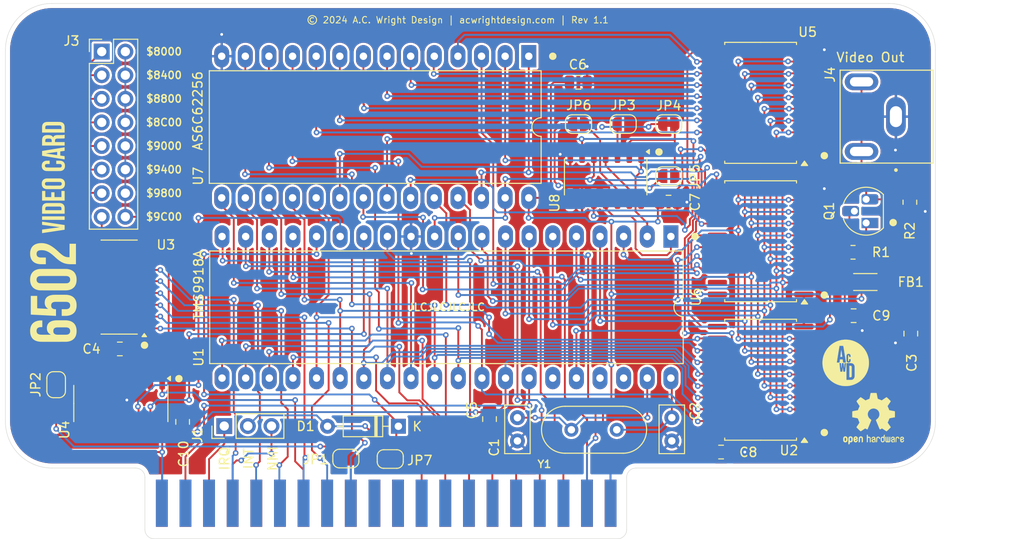
<source format=kicad_pcb>
(kicad_pcb (version 20241229) (generator "pcbnew") (generator_version "9.0")
  (title_block (title "6502 Video Card") (date "2025-09-06") (rev "1.1") (company "A.C. Wright Design"))
  (layers (0 "F.Cu" signal) (2 "B.Cu" signal) (13 "F.Paste" user) (15 "B.Paste" user) (5 "F.SilkS" user "F.Silkscreen") (7 "B.SilkS" user "B.Silkscreen") (1 "F.Mask" user) (3 "B.Mask" user) (25 "Edge.Cuts" user))
  (net 0 "")
  (net 1 "GND")
  (net 2 "VCC")
  (net 3 "IRQB")
  (net 4 "RWB")
  (net 5 "XTAL1")
  (net 6 "RESB")
  (net 7 "A15")
  (net 9 "A12")
  (net 10 "D6")
  (net 11 "D3")
  (net 12 "D7")
  (net 13 "D5")
  (net 14 "A11")
  (net 18 "XTAL2")
  (net 20 "A14")
  (net 25 "A13")
  (net 26 "A10")
  (net 27 "Net-(Q1-C)")
  (net 29 "D1")
  (net 30 "D2")
  (net 31 "CSB")
  (net 32 "/$8400")
  (net 33 "/$9800")
  (net 34 "/$9400")
  (net 35 "/$8C00")
  (net 36 "/$9000")
  (net 37 "/$8800")
  (net 38 "/$8000")
  (net 39 "/$9C00")
  (net 41 "D0")
  (net 43 "NMIB")
  (net 44 "D4")
  (net 46 "A0")
  (net 50 "Net-(J4-In)")
  (net 51 "COL")
  (net 52 "Net-(JP3-A)")
  (net 53 "COMVID")
  (net 54 "AD3")
  (net 55 "~{CSR}")
  (net 56 "~{CAS}")
  (net 57 "RD7")
  (net 59 "AD5")
  (net 61 "AD1")
  (net 62 "AD0")
  (net 63 "AD4")
  (net 64 "RD1")
  (net 65 "~{RAS}")
  (net 67 "AD7")
  (net 68 "RD3")
  (net 69 "RD0")
  (net 70 "RD4")
  (net 71 "R{slash}~{W}")
  (net 72 "AD2")
  (net 73 "AD6")
  (net 74 "RD5")
  (net 75 "~{CSW}")
  (net 76 "RD2")
  (net 77 "RD6")
  (net 78 "WR")
  (net 79 "RA2")
  (net 80 "RA6")
  (net 81 "RA3")
  (net 82 "ROW")
  (net 83 "RA4")
  (net 84 "RA1")
  (net 85 "RA0")
  (net 86 "RA5")
  (net 87 "Net-(JP4-B)")
  (net 88 "Net-(JP6-A)")
  (net 89 "PHI2")
  (net 90 "RA12")
  (net 91 "RA11")
  (net 92 "RA9")
  (net 93 "RA8")
  (net 94 "RA10")
  (net 95 "RA7")
  (net 96 "RA13")
  (net 98 "Net-(U8-Pad13)")
  (net 100 "~{INT}")
  (net 102 "Net-(D1-A)")
  (net 103 "Net-(JP1-A)")
  (footprint "Capacitor_THT:C_Disc_D5.0mm_W2.5mm_P2.50mm" (layer "F.Cu") (at 144.8 114.9 -90)
    (property "Reference" "C1")
    (property "Value" "32pF" (hide yes))
  )
  (footprint "Package_SO:SOIC-20W_7.5x12.8mm_P1.27mm" (layer "F.Cu") (at 170.95 110.815 180)
    (property "Reference" "U2")
    (property "Value" "74HCT574" (hide yes))
  )
  (footprint "Package_TO_SOT_THT:TO-92_HandSolder" (layer "F.Cu") (at 182.3 93.94 90)
    (property "Reference" "Q1")
    (property "Value" "2N4401" (hide yes))
  )
  (footprint "Package_SO:SOIC-20W_7.5x12.8mm_P1.27mm" (layer "F.Cu") (at 170.95 81.015 180)
    (property "Reference" "U5")
    (property "Value" "74HCT574" (hide yes))
  )
  (footprint "Capacitor_SMD:C_0805_2012Metric" (layer "F.Cu") (at 151.35 78.8)
    (property "Reference" "C6")
    (property "Value" "100nF" (hide yes))
  )
  (footprint "Jumper:SolderJumper-2_P1.3mm_Open_RoundedPad1.0x1.5mm" (layer "F.Cu") (at 161.07 88.9)
    (property "Reference" "JP5")
    (property "Value" "SolderJumper_2_Open" (hide yes))
  )
  (footprint "Package_DIP:DIP-28_W15.24mm_LongPads" (layer "F.Cu") (at 146.02 76 -90)
    (property "Reference" "U7")
    (property "Value" "AS6C62256")
  )
  (footprint "Package_DIP:DIP-40_W15.24mm_LongPads" (layer "F.Cu") (at 161.3 95.4 -90)
    (property "Reference" "U1")
    (property "Value" "TMS9918A")
  )
  (footprint "Connector_PinHeader_2.54mm:PinHeader_1x03_P2.54mm_Vertical" (layer "F.Cu") (at 113.275 115.8 90)
    (property "Reference" "J1")
    (property "Value" "INT Select" (hide yes))
  )
  (footprint "Capacitor_SMD:C_0805_2012Metric" (layer "F.Cu") (at 180.95 103.925)
    (property "Reference" "C9")
    (property "Value" "100nF" (hide yes))
  )
  (footprint "Crystal:Crystal_HC49-U_Vertical" (layer "F.Cu") (at 155.48 116.2 180)
    (property "Reference" "Y1")
    (property "Value" "10.738635 MHz" (hide yes))
  )
  (footprint "Capacitor_SMD:C_0805_2012Metric" (layer "F.Cu") (at 166.7 118.6)
    (property "Reference" "C8")
    (property "Value" "100nF" (hide yes))
  )
  (footprint "Package_SO:SOIC-20W_7.5x12.8mm_P1.27mm" (layer "F.Cu") (at 170.95 95.915 180)
    (property "Reference" "U6")
    (property "Value" "74HCT574" (hide yes))
  )
  (footprint "Package_SO:SOIC-16_3.9x9.9mm_P1.27mm" (layer "F.Cu") (at 101.975 100.845 180)
    (property "Reference" "U3")
    (property "Value" "74HC138" (hide yes))
  )
  (footprint "Capacitor_SMD:C_0805_2012Metric" (layer "F.Cu") (at 108.8 115.35 90)
    (property "Reference" "C10")
    (property "Value" "100nF" (hide yes))
  )
  (footprint "A.C. Wright Logo:A.C. Wright Logo 5mm" (layer "F.Cu") (at 180.1 109)
    (property "Reference" "G***" (hide yes))
    (property "Value" "LOGO" (hide yes))
  )
  (footprint "Jumper:SolderJumper-2_P1.3mm_Open_RoundedPad1.0x1.5mm" (layer "F.Cu") (at 95.2 111.35 -90)
    (property "Reference" "JP2")
    (property "Value" "SolderJumper_2_Open" (hide yes))
  )
  (footprint "Jumper:SolderJumper-2_P1.3mm_Bridged_RoundedPad1.0x1.5mm" (layer "F.Cu") (at 126.35 119.3)
    (property "Reference" "JP1")
    (property "Value" "SolderJumper_2_Bridged" (hide yes))
  )
  (footprint "Capacitor_THT:C_Disc_D5.0mm_W2.5mm_P2.50mm" (layer "F.Cu") (at 161.4 114.9 -90)
    (property "Reference" "C2")
    (property "Value" "32pF" (hide yes))
  )
  (footprint "6502 Parts:SWITCHCRAFT_PJRAN1X1U04X" (layer "F.Cu") (at 185.5 82.5 90)
    (property "Reference" "J4")
    (property "Value" "Video Out")
  )
  (footprint "Jumper:SolderJumper-2_P1.3mm_Bridged_RoundedPad1.0x1.5mm" (layer "F.Cu") (at 151.37 83.3 180)
    (property "Reference" "JP6")
    (property "Value" "SolderJumper_2_Bridged" (hide yes))
  )
  (footprint "Jumper:SolderJumper-2_P1.3mm_Open_RoundedPad1.0x1.5mm" (layer "F.Cu") (at 156.17 83.3)
    (property "Reference" "JP3")
    (property "Value" "SolderJumper_2_Open" (hide yes))
  )
  (footprint "Capacitor_SMD:C_0805_2012Metric" (layer "F.Cu") (at 102.05 107.5)
    (property "Reference" "C4")
    (property "Value" "100nF" (hide yes))
  )
  (footprint "Diode_THT:D_DO-35_SOD27_P7.62mm_Horizontal" (layer "F.Cu") (at 132 115.825 180)
    (property "Reference" "D1")
    (property "Value" "D_Schottky" (hide yes))
  )
  (footprint "Resistor_SMD:R_0805_2012Metric" (layer "F.Cu") (at 187 91.7125 -90)
    (property "Reference" "R2")
    (property "Value" "75" (hide yes))
  )
  (footprint "Package_SO:SO-14_3.9x8.65mm_P1.27mm" (layer "F.Cu") (at 154.29 88.975 -90)
    (property "Reference" "U8")
    (property "Value" "74HCT04" (hide yes))
  )
  (footprint "Symbol:OSHW-Logo2_7.3x6mm_SilkScreen" (layer "F.Cu") (at 183.1 115)
    (property "Reference" "REF**" (hide yes))
    (property "Value" "OSHW-Logo2_7.3x6mm_SilkScreen" (hide yes))
  )
  (footprint "Capacitor_SMD:C_0805_2012Metric" (layer "F.Cu") (at 161.05 91.7)
    (property "Reference" "C7")
    (property "Value" "100nF" (hide yes))
  )
  (footprint "6502 Parts:6502 Card Edge" (layer "F.Cu") (at 106.562 126.646)
    (property "Reference" "J2" (hide yes))
    (property "Value" "6502 Card Edge" (hide yes))
  )
  (footprint "Package_SO:SOIC-16_3.9x9.9mm_P1.27mm" (layer "F.Cu") (at 102.155 113.375 -90)
    (property "Reference" "U4")
    (property "Value" "74HC138" (hide yes))
  )
  (footprint "Connector_PinHeader_2.54mm:PinHeader_2x08_P2.54mm_Vertical" (layer "F.Cu") (at 100.1 75.5)
    (property "Reference" "J3")
    (property "Value" "Conn_02x08_Odd_Even" (hide yes))
  )
  (footprint "Jumper:SolderJumper-2_P1.3mm_Bridged_RoundedPad1.0x1.5mm" (layer "F.Cu") (at 161.07 83.3)
    (property "Reference" "JP4")
    (property "Value" "SolderJumper_2_Bridged" (hide yes))
  )
  (footprint "Resistor_SMD:R_0805_2012Metric" (layer "F.Cu") (at 180.8875 97.1)
    (property "Reference" "R1")
    (property "Value" "470" (hide yes))
  )
  (footprint "Capacitor_SMD:C_0805_2012Metric" (layer "F.Cu") (at 187.1 105.85 -90)
    (property "Reference" "C3")
    (property "Value" "100nF" (hide yes))
  )
  (footprint "Inductor_SMD:L_1806_4516Metric" (layer "F.Cu") (at 182.2125 100.3)
    (property "Reference" "FB1")
    (property "Value" "BLM41PG600SN1L" (hide yes))
  )
  (footprint "6502 Logos:6502 Video Card Logo 5mm" (layer "F.Cu") (at 94.899947 86.750133 90)
    (property "Reference" "G***" (hide yes))
    (property "Value" "LOGO" (hide yes))
  )
  (footprint "Capacitor_SMD:C_0805_2012Metric" (layer "F.Cu") (at 141.8 115.05 -90)
    (property "Reference" "C5")
    (property "Value" "100nF" (hide yes))
  )
  (footprint "Jumper:SolderJumper-2_P1.3mm_Bridged_RoundedPad1.0x1.5mm" (layer "F.Cu") (at 131.125 119.35 180)
    (property "Reference" "JP7")
    (property "Value" "SolderJumper_2_Bridged")
  )
  (gr_circle (center 148.6 76) (end 148.8 76) (stroke (width 0.4)) (fill no) (layer "F.SilkS"))
  (gr_circle (center 163.9 95.4) (end 164.1 95.4) (stroke (width 0.4)) (fill no) (layer "F.SilkS"))
  (gr_circle (center 185.2 93.9) (end 185.4 93.9) (stroke (width 0.4)) (fill no) (layer "F.SilkS"))
  (gr_circle (center 108.4 110.7) (end 108.6 110.7) (stroke (width 0.4)) (fill no) (layer "F.SilkS"))
  (gr_circle (center 177.8 86.7) (end 178 86.7) (stroke (width 0.4)) (fill no) (layer "F.SilkS"))
  (gr_circle (center 104.7 107.1) (end 104.9 107.1) (stroke (width 0.4)) (fill no) (layer "F.SilkS"))
  (gr_circle (center 177.8 101.7) (end 178 101.7) (stroke (width 0.4)) (fill no) (layer "F.SilkS"))
  (gr_circle (center 177.8 116.5) (end 178 116.5) (stroke (width 0.4)) (fill no) (layer "F.SilkS"))
  (gr_circle (center 160.02 86.3) (end 160.22 86.3) (stroke (width 0.4)) (fill no) (layer "F.SilkS"))
  (gr_arc (start 156.5461 121.3206) (mid 156.838993 120.613493) (end 157.5461 120.3206) (stroke (width 0.05)) (layer "Edge.Cuts"))
  (gr_line (start 189.7461 115.3206) (end 189.7461 75.3206) (stroke (width 0.05)) (layer "Edge.Cuts"))
  (gr_arc (start 94.7461 120.3206) (mid 91.210566 118.856134) (end 89.7461 115.3206) (stroke (width 0.05)) (layer "Edge.Cuts"))
  (gr_line (start 94.7461 120.3206) (end 103.7461 120.3206) (stroke (width 0.05)) (layer "Edge.Cuts"))
  (gr_line (start 157.5461 120.3206) (end 184.7461 120.3206) (stroke (width 0.05)) (layer "Edge.Cuts"))
  (gr_line (start 184.7461 70.3206) (end 94.7461 70.3206) (stroke (width 0.05)) (layer "Edge.Cuts"))
  (gr_arc (start 103.7461 120.3206) (mid 104.453207 120.613493) (end 104.7461 121.3206) (stroke (width 0.05)) (layer "Edge.Cuts"))
  (gr_line (start 156.5461 126.9406) (end 156.5461 121.3206) (stroke (width 0.05)) (layer "Edge.Cuts"))
  (gr_arc (start 189.7461 115.3206) (mid 188.281634 118.856134) (end 184.7461 120.3206) (stroke (width 0.05)) (layer "Edge.Cuts"))
  (gr_arc (start 89.7461 75.3206) (mid 91.210566 71.785066) (end 94.7461 70.3206) (stroke (width 0.05)) (layer "Edge.Cuts"))
  (gr_line (start 105.7461 127.9406) (end 155.5461 127.9406) (stroke (width 0.05)) (layer "Edge.Cuts"))
  (gr_line (start 89.7461 75.3206) (end 89.7461 115.3206) (stroke (width 0.05)) (layer "Edge.Cuts"))
  (gr_arc (start 105.7461 127.9406) (mid 105.038993 127.647707) (end 104.7461 126.9406) (stroke (width 0.05)) (layer "Edge.Cuts"))
  (gr_arc (start 156.5461 126.9406) (mid 156.253207 127.647707) (end 155.5461 127.9406) (stroke (width 0.05)) (layer "Edge.Cuts"))
  (gr_arc (start 184.7461 70.3206) (mid 188.281634 71.785066) (end 189.7461 75.3206) (stroke (width 0.05)) (layer "Edge.Cuts"))
  (gr_line (start 104.7461 121.3206) (end 104.7461 126.9406) (stroke (width 0.05)) (layer "Edge.Cuts"))
  (gr_text "$9C00" (at 106.8 93.28 0) (layer "F.SilkS") (effects (font (size 0.8 0.8))))
  (gr_text "© 2024 A.C. Wright Design | acwrightdesign.com | Rev 1.1" (at 138.375 72.1 0) (layer "F.SilkS") (effects (font (size 0.7 0.7) (thickness 0.1))))
  (gr_text "$8C00" (at 106.8 83.12 0) (layer "F.SilkS") (effects (font (size 0.8 0.8))))
  (gr_text "IRQ" (at 113.3 119.3 90) (layer "F.SilkS") (effects (font (size 1 1))))
  (gr_text "$9800" (at 106.8 90.74 0) (layer "F.SilkS") (effects (font (size 0.8 0.8))))
  (gr_text "$9400" (at 106.8 88.2 0) (layer "F.SilkS") (effects (font (size 0.8 0.8))))
  (gr_text "JLCJLCJLCJLC" (at 137.175 103 0) (layer "F.SilkS") (effects (font (size 0.8 0.8))))
  (gr_text "NMI" (at 118.5 119.3 90) (layer "F.SilkS") (effects (font (size 1 1))))
  (gr_text "$8000" (at 106.8 75.5 0) (layer "F.SilkS") (effects (font (size 0.8 0.8))))
  (gr_text "$9000" (at 106.8 85.66 0) (layer "F.SilkS") (effects (font (size 0.8 0.8))))
  (gr_text "INT" (at 115.9 119.3 90) (layer "F.SilkS") (effects (font (size 1 1))))
  (gr_text "$8400" (at 106.8 78.04 0) (layer "F.SilkS") (effects (font (size 0.8 0.8))))
  (gr_text "$8800" (at 106.8 80.58 0) (layer "F.SilkS") (effects (font (size 0.8 0.8))))
  (segment (start 106.6 122.163) (end 106.6 119.5) (width 0.2) (layer "F.Cu") (net 1))
  (segment (start 106.562 124.106) (end 106.562 122.201) (width 0.2) (layer "F.Cu") (net 1))
  (segment (start 106.562 122.201) (end 106.6 122.163) (width 0.2) (layer "F.Cu") (net 1))
  (via (at 102.8 113) (size 0.6) (drill 0.3) (layers "F.Cu" "B.Cu") (net 1))
  (via (at 113 73.65) (size 0.6) (drill 0.3) (layers "F.Cu" "B.Cu") (net 1))
  (via (at 163.019 91.7) (size 0.6) (drill 0.3) (layers "F.Cu" "B.Cu") (net 1))
  (via (at 149.4 86.55) (size 0.6) (drill 0.3) (layers "F.Cu" "B.Cu") (net 1))
  (via (at 133.4 97.225) (size 0.6) (drill 0.3) (layers "F.Cu" "B.Cu") (net 1))
  (via (at 177.8 75.3) (size 0.6) (drill 0.3) (layers "F.Cu" "B.Cu") (net 1))
  (via (at 188.65 92.7) (size 0.6) (drill 0.3) (layers "F.Cu" "B.Cu") (net 1))
  (via (at 181.875 105.525) (size 0.6) (drill 0.3) (layers "F.Cu" "B.Cu") (net 1))
  (via (at 152.3 77.1) (size 0.6) (drill 0.3) (layers "F.Cu" "B.Cu") (net 1))
  (via (at 185.45 86.1) (size 0.6) (drill 0.3) (layers "F.Cu" "B.Cu") (net 1))
  (via (at 185.45 106.85) (size 0.6) (drill 0.3) (layers "F.Cu" "B.Cu") (net 1))
  (via (at 169.25 118.6) (size 0.6) (drill 0.3) (layers "F.Cu" "B.Cu") (net 1))
  (via (at 177.8 90.25) (size 0.6) (drill 0.3) (layers "F.Cu" "B.Cu") (net 1))
  (segment (start 154.822 124.106) (end 154.822 119.822) (width 0.2) (layer "B.Cu") (net 1))
  (segment (start 180 100.4) (end 180.1 100.3) (width 0.2) (layer "F.Cu") (net 2))
  (segment (start 161.85 90.45) (end 160.2 90.45) (width 0.2) (layer "F.Cu") (net 2))
  (segment (start 147.96 91.24) (end 146.02 91.24) (width 0.2) (layer "F.Cu") (net 2))
  (segment (start 160.1 90.55) (end 160.1 91.7) (width 0.2) (layer "F.Cu") (net 2))
  (segment (start 93 111.1) (end 93.4 110.7) (width 0.2) (layer "F.Cu") (net 2))
  (segment (start 146.02 92.78) (end 146.02 91.24) (width 0.2) (layer "F.Cu") (net 2))
  (segment (start 106.6 118.6) (end 106.6 115.85) (width 0.2) (layer "F.Cu") (net 2))
  (segment (start 165.75 117.675) (end 166.3 117.125) (width 0.2) (layer "F.Cu") (net 2))
  (segment (start 154.9 101.6) (end 154.9 93.8) (width 0.2) (layer "F.Cu") (net 2))
  (segment (start 164.325 118.6) (end 163.725 119.2) (width 0.2) (layer "F.Cu") (net 2))
  (segment (start 150.4 78.8) (end 148.7 78.8) (width 0.2) (layer "F.Cu") (net 2))
  (segment (start 99.5 107.5) (end 99.5 105.29) (width 0.2) (layer "F.Cu") (net 2))
  (segment (start 110.4 116.4) (end 108.9 116.4) (width 0.2) (layer "F.Cu") (net 2))
  (segment (start 107.45 115.85) (end 106.6 115.85) (width 0.2) (layer "F.Cu") (net 2))
  (segment (start 165.75 118.6) (end 164.325 118.6) (width 0.2) (layer "F.Cu") (net 2))
  (segment (start 181.8 102.1) (end 181.8 100.7) (width 0.2) (layer "F.Cu") (net 2))
  (segment (start 154.822 124.106) (end 154.8 124.084) (width 0.2) (layer "F.Cu") (net 2))
  (segment (start 165.53 86.73) (end 166.3 86.73) (width 0.2) (layer "F.Cu") (net 2))
  (segment (start 140.3 114.3) (end 141.6 114.3) (width 0.2) (layer "F.Cu") (net 2))
  (segment (start 154 113.7) (end 154 117.6) (width 0.2) (layer "F.Cu") (net 2))
  (segment (start 141.6 114.3) (end 141.8 114.1) (width 0.2) (layer "F.Cu") (net 2))
  (segment (start 181.8 100.7) (end 181.4 100.3) (width 0.2) (layer "F.Cu") (net 2))
  (segment (start 142.9 114.1) (end 143.52 113.48) (width 0.2) (layer "F.Cu") (net 2))
  (segment (start 95.2 110.7) (end 95.2 107.9) (width 0.2) (layer "F.Cu") (net 2))
  (segment (start 101.1 107.5) (end 100 107.5) (width 0.2) (layer "F.Cu") (net 2))
  (segment (start 95.2 107.9) (end 95.6 107.5) (width 0.2) (layer "F.Cu") (net 2))
  (segment (start 166.3 117.125) (end 166.3 116.53) (width 0.2) (layer "F.Cu") (net 2))
  (segment (start 108.9 116.4) (end 108.8 116.3) (width 0.2) (layer "F.Cu") (net 2))
  (segment (start 162.35 86) (end 162.35 86.55) (width 0.2) (layer "F.Cu") (net 2))
  (segment (start 154.9 109.2) (end 154.9 112.8) (width 0.2) (layer "F.Cu") (net 2))
  (segment (start 141.8 114.1) (end 142.9 114.1) (width 0.2) (layer "F.Cu") (net 2))
  (segment (start 154.9 112.8) (end 154 113.7) (width 0.2) (layer "F.Cu") (net 2))
  (segment (start 165.75 118.6) (end 165.75 117.675) (width 0.2) (layer "F.Cu") (net 2))
  (segment (start 154.8 124.084) (end 154.8 119.2) (width 0.2) (layer "F.Cu") (net 2))
  (segment (start 159.9 93.8) (end 159.9 91.5) (width 0.2) (layer "F.Cu") (net 2))
  (segment (start 164.5 101.6) (end 166.27 101.6) (width 0.2) (layer "F.Cu") (net 2))
  (segment (start 108.8 116.3) (end 107.9 116.3) (width 0.2) (layer "F.Cu") (net 2))
  (segment (start 146 92.8) (end 146.02 92.78) (width 0.2) (layer "F.Cu") (net 2))
  (segment (start 148.7 78.8) (end 148.4 79.1) (width 0.2) (layer "F.Cu") (net 2))
  (segment (start 166.27 101.6) (end 166.3 101.63) (width 0.2) (layer "F.Cu") (net 2))
  (segment (start 94.5 118.6) (end 93 117.1) (width 0.2) (layer "F.Cu") (net 2))
  (segment (start 159.85 91.45) (end 160.1 91.7) (width 0.2) (layer "F.Cu") (net 2))
  (segment (start 95.6 107.5) (end 100 107.5) (width 0.2) (layer "F.Cu") (net 2))
  (segment (start 180 103.925) (end 180 100.4) (width 0.2) (layer "F.Cu") (net 2))
  (segment (start 162.530091 86.730091) (end 162.530091 89.769909) (width 0.2) (layer "F.Cu") (net 2))
  (segment (start 154.9 101.6) (end 154.9 109.2) (width 0.2) (layer "F.Cu") (net 2))
  (segment (start 159.9 91.5) (end 159.85 91.45) (width 0.2) (layer "F.Cu") (net 2))
  (segment (start 181.4 100.3) (end 180.1 100.3) (width 0.2) (layer "F.Cu") (net 2))
  (segment (start 154.8 118.4) (end 154.8 119.2) (width 0.2) (layer "F.Cu") (net 2))
  (segment (start 162.35 86.55) (end 162.530091 86.730091) (width 0.2) (layer "F.Cu") (net 2))
  (segment (start 148.4 90.8) (end 147.96 91.24) (width 0.2) (layer "F.Cu") (net 2))
  (segment (start 158.1 91.45) (end 159.85 91.45) (width 0.2) (layer "F.Cu") (net 2))
  (segment (start 93 117.1) (end 93 111.1) (width 0.2) (layer "F.Cu") (net 2))
  (segment (start 93.4 110.7) (end 95.2 110.7) (width 0.2) (layer "F.Cu") (net 2))
  (segment (start 107.9 116.3) (end 107.45 115.85) (width 0.2) (layer "F.Cu") (net 2))
  (segment (start 148.4 79.1) (end 148.4 90.8) (width 0.2) (layer "F.Cu") (net 2))
  (segment (start 146 93.4) (end 146 92.8) (width 0.2) (layer "F.Cu") (net 2))
  (segment (start 106.6 118.6) (end 94.5 118.6) (width 0.2) (layer "F.Cu") (net 2))
  (segment (start 143.52 113.48) (end 143.52 110.64) (width 0.2) (layer "F.Cu") (net 2))
  (segment (start 163.725 119.2) (end 154.8 119.2) (width 0.2) (layer "F.Cu") (net 2))
  (segment (start 154 117.6) (end 154.8 118.4) (width 0.2) (layer "F.Cu") (net 2))
  (segment (start 164.8 86) (end 165.53 86.73) (width 0.2) (layer "F.Cu") (net 2))
  (segment (start 164.5 86) (end 164.8 86) (width 0.2) (layer "F.Cu") (net 2))
  (segment (start 160.2 90.45) (end 160.1 90.55) (width 0.2) (layer "F.Cu") (net 2))
  (segment (start 162.530091 89.769909) (end 161.85 90.45) (width 0.2) (layer "F.Cu") (net 2))
  (via (at 164.5 101.6) (size 0.6) (drill 0.3) (layers "F.Cu" "B.Cu") (net 2))
  (via (at 110.4 116.4) (size 0.6) (drill 0.3) (layers "F.Cu" "B.Cu") (net 2))
  (via (at 181.8 102.1) (size 0.6) (drill 0.3) (layers "F.Cu" "B.Cu") (net 2))
  (via (at 106.6 118.6) (size 0.6) (drill 0.3) (layers "F.Cu" "B.Cu") (net 2))
  (via (at 164.5 86) (size 0.6) (drill 0.3) (layers "F.Cu" "B.Cu") (net 2))
  (via (at 146 93.4) (size 0.6) (drill 0.3) (layers "F.Cu" "B.Cu") (net 2))
  (via (at 140.3 114.3) (size 0.6) (drill 0.3) (layers "F.Cu" "B.Cu") (net 2))
  (via (at 154.9 109.2) (size 0.6) (drill 0.3) (layers "F.Cu" "B.Cu") (net 2))
  (via (at 162.35 86) (size 0.6) (drill 0.3) (layers "F.Cu" "B.Cu") (net 2))
  (via (at 154.9 93.8) (size 0.6) (drill 0.3) (layers "F.Cu" "B.Cu") (net 2))
  (via (at 154.9 101.6) (size 0.6) (drill 0.3) (layers "F.Cu" "B.Cu") (net 2))
  (via (at 159.9 93.8) (size 0.6) (drill 0.3) (layers "F.Cu" "B.Cu") (net 2))
  (segment (start 140.2 114.2) (end 140.3 114.3) (width 0.2) (layer "B.Cu") (net 2))
  (segment (start 140.3 114.3) (end 112 114.3) (width 0.2) (layer "B.Cu") (net 2))
  (segment (start 106.6 124.068) (end 106.562 124.106) (width 0.2) (layer "B.Cu") (net 2))
  (segment (start 177.7 102.1) (end 181.8 102.1) (width 0.2) (layer "B.Cu") (net 2))
  (segment (start 110.4 115.9) (end 110.4 116.4) (width 0.2) (layer "B.Cu") (net 2))
  (segment (start 143.52 109.03) (end 143.52 110.64) (width 0.2) (layer "B.Cu") (net 2))
  (segment (start 112 114.3) (end 110.7 115.6) (width 0.2) (layer "B.Cu") (net 2))
  (segment (start 143.75 108.8) (end 143.52 109.03) (width 0.2) (layer "B.Cu") (net 2))
  (segment (start 162.35 86) (end 164.5 86) (width 0.2) (layer "B.Cu") (net 2))
  (segment (start 154.9 93.8) (end 152.5 93.8) (width 0.2) (layer "B.Cu") (net 2))
  (segment (start 106.6 118.6) (end 106.6 124.068) (width 0.2) (layer "B.Cu") (net 2))
  (segment (start 154.9 101.6) (end 164.5 101.6) (width 0.2) (layer "B.Cu") (net 2))
  (segment (start 154.9 109.2) (end 154.5 108.8) (width 0.2) (layer "B.Cu") (net 2))
  (segment (start 154.5 108.8) (end 143.75 108.8) (width 0.2) (layer "B.Cu") (net 2))
  (segment (start 152.5 93.8) (end 152.1 93.4) (width 0.2) (layer "B.Cu") (net 2))
  (segment (start 152.1 93.4) (end 146 93.4) (width 0.2) (layer "B.Cu") (net 2))
  (segment (start 110.7 115.6) (end 110.4 115.9) (width 0.2) (layer "B.Cu") (net 2))
  (segment (start 164.5 101.6) (end 177.2 101.6) (width 0.2) (layer "B.Cu") (net 2))
  (segment (start 177.2 101.6) (end 177.7 102.1) (width 0.2) (layer "B.Cu") (net 2))
  (segment (start 154.9 93.8) (end 159.9 93.8) (width 0.2) (layer "B.Cu") (net 2))
  (segment (start 111.642 119.358) (end 113.275 117.725) (width 0.2) (layer "F.Cu") (net 3))
  (segment (start 111.642 124.106) (end 111.642 119.358) (width 0.2) (layer "F.Cu") (net 3))
  (segment (start 113.275 117.725) (end 113.275 115.8) (width 0.2) (layer "F.Cu") (net 3))
  (segment (start 106.6 112.4) (end 106.6 110.9) (width 0.2) (layer "F.Cu") (net 4))
  (segment (start 120.9 113) (end 120.9 119.6) (width 0.2) (layer "F.Cu") (net 4))
  (segment (start 121.802 120.502) (end 121.802 124.106) (width 0.2) (layer "F.Cu") (net 4))
  (segment (start 120.9 119.6) (end 121.802 120.502) (width 0.2) (layer "F.Cu") (net 4))
  (via (at 120.9 113) (size 0.6) (drill 0.3) (layers "F.Cu" "B.Cu") (net 4))
  (via (at 106.6 112.4) (size 0.6) (drill 0.3) (layers "F.Cu" "B.Cu") (net 4))
  (segment (start 110.051471 112.2) (end 109.6 112.2) (width 0.2) (layer "B.Cu") (net 4))
  (segment (start 110.851471 113) (end 110.051471 112.2) (width 0.2) (layer "B.Cu") (net 4))
  (segment (start 106.8 112.2) (end 106.6 112.4) (width 0.2) (layer "B.Cu") (net 4))
  (segment (start 109.6 112.2) (end 106.8 112.2) (width 0.2) (layer "B.Cu") (net 4))
  (segment (start 120.9 113) (end 110.851471 113) (width 0.2) (layer "B.Cu") (net 4))
  (segment (start 144.8 114.9) (end 146.7 114.9) (width 0.2) (layer "F.Cu") (net 5))
  (segment (start 158.76 114.86) (end 158.8 114.9) (width 0.2) (layer "F.Cu") (net 5))
  (segment (start 158.76 110.64) (end 158.76 114.86) (width 0.2) (layer "F.Cu") (net 5))
  (via (at 158.8 114.9) (size 0.6) (drill 0.3) (layers "F.Cu" "B.Cu") (net 5))
  (via (at 146.7 114.9) (size 0.6) (drill 0.3) (layers "F.Cu" "B.Cu") (net 5))
  (segment (start 151.9 114.9) (end 150.6 116.2) (width 0.2) (layer "B.Cu") (net 5))
  (segment (start 146.7 114.9) (end 149.3 114.9) (width 0.2) (layer "B.Cu") (net 5))
  (segment (start 149.3 114.9) (end 150.6 116.2) (width 0.2) (layer "B.Cu") (net 5))
  (segment (start 158.8 114.9) (end 151.9 114.9) (width 0.2) (layer "B.Cu") (net 5))
  (segment (start 111.1 117.1) (end 109.102 119.098) (width 0.2) (layer "F.Cu") (net 6))
  (segment (start 146.1 113.6) (end 146.1 113.3) (width 0.2) (layer "F.Cu") (net 6))
  (segment (start 109.102 119.098) (end 109.102 124.106) (width 0.2) (layer "F.Cu") (net 6))
  (segment (start 146.1 113.3) (end 146.06 113.26) (width 0.2) (layer "F.Cu") (net 6))
  (segment (start 146.06 113.26) (end 146.06 110.64) (width 0.2) (layer "F.Cu") (net 6))
  (segment (start 111.1 113.6) (end 111.1 117.1) (width 0.2) (layer "F.Cu") (net 6))
  (via (at 111.1 113.6) (size 0.6) (drill 0.3) (layers "F.Cu" "B.Cu") (net 6))
  (via (at 146.1 113.6) (size 0.6) (drill 0.3) (layers "F.Cu" "B.Cu") (net 6))
  (segment (start 111.1 113.6) (end 146.1 113.6) (width 0.2) (layer "B.Cu") (net 6))
  (segment (start 114.3 102.2) (end 114.3 114.3) (width 0.2) (layer "F.Cu") (net 7))
  (segment (start 114.5 114.5) (end 114.5 118.7) (width 0.2) (layer "F.Cu") (net 7))
  (segment (start 114.3 114.3) (end 114.5 114.5) (width 0.2) (layer "F.Cu") (net 7))
  (segment (start 104.51 99) (end 104.45 98.94) (width 0.2) (layer "F.Cu") (net 7))
  (segment (start 106.4 99) (end 104.51 99) (width 0.2) (layer "F.Cu") (net 7))
  (via (at 106.4 99) (size 0.6) (drill 0.3) (layers "F.Cu" "B.Cu") (net 7))
  (via (at 114.3 102.2) (size 0.6) (drill 0.3) (layers "F.Cu" "B.Cu") (net 7))
  (via (at 114.5 118.7) (size 0.6) (drill 0.3) (layers "F.Cu" "B.Cu") (net 7))
  (segment (start 114.3 102.2) (end 109.6 102.2) (width 0.2) (layer "B.Cu") (net 7))
  (segment (start 114.182 119.018) (end 114.5 118.7) (width 0.2) (layer "B.Cu") (net 7))
  (segment (start 109.6 102.2) (end 106.4 99) (width 0.2) (layer "B.Cu") (net 7))
  (segment (start 114.182 124.106) (end 114.182 119.018) (width 0.2) (layer "B.Cu") (net 7))
  (segment (start 121.9 119.1) (end 121.9 104.1) (width 0.2) (layer "F.Cu") (net 9))
  (segment (start 106.35 102.75) (end 106.4 102.8) (width 0.2) (layer "F.Cu") (net 9))
  (segment (start 104.45 102.75) (end 106.35 102.75) (width 0.2) (layer "F.Cu") (net 9))
  (segment (start 122 119.2) (end 121.9 119.1) (width 0.2) (layer "F.Cu") (net 9))
  (via (at 106.4 102.8) (size 0.6) (drill 0.3) (layers "F.Cu" "B.Cu") (net 9))
  (via (at 121.9 104.1) (size 0.6) (drill 0.3) (layers "F.Cu" "B.Cu") (net 9))
  (via (at 122 119.2) (size 0.6) (drill 0.3) (layers "F.Cu" "B.Cu") (net 9))
  (segment (start 106.4 102.8) (end 107.7 104.1) (width 0.2) (layer "B.Cu") (net 9))
  (segment (start 107.7 104.1) (end 121.9 104.1) (width 0.2) (layer "B.Cu") (net 9))
  (segment (start 122 119.2) (end 121.802 119.398) (width 0.2) (layer "B.Cu") (net 9))
  (segment (start 121.802 119.398) (end 121.802 124.106) (width 0.2) (layer "B.Cu") (net 9))
  (segment (start 118.12 110.64) (end 118.12 107.82) (width 0.2) (layer "F.Cu") (net 10))
  (segment (start 118.12 107.82) (end 118.1 107.8) (width 0.2) (layer "F.Cu") (net 10))
  (segment (start 132.1 112.175) (end 132.960448 113.035448) (width 0.2) (layer "F.Cu") (net 10))
  (segment (start 134.273 113.035448) (end 137.042 115.804448) (width 0.2) (layer "F.Cu") (net 10))
  (segment (start 132.960448 113.035448) (end 134.273 113.035448) (width 0.2) (layer "F.Cu") (net 10))
  (segment (start 132.1 107.25) (end 132.1 112.175) (width 0.2) (layer "F.Cu") (net 10))
  (segment (start 137.042 115.804448) (end 137.042 124.106) (width 0.2) (layer "F.Cu") (net 10))
  (via (at 132.1 107.25) (size 0.6) (drill 0.3) (layers "F.Cu" "B.Cu") (net 10))
  (via (at 118.1 107.8) (size 0.6) (drill 0.3) (layers "F.Cu" "B.Cu") (net 10))
  (segment (start 129.45 107.25) (end 132.1 107.25) (width 0.2) (layer "B.Cu") (net 10))
  (segment (start 118.1 107.8) (end 128.9 107.8) (width 0.2) (layer "B.Cu") (net 10))
  (segment (start 128.9 107.8) (end 129.45 107.25) (width 0.2) (layer "B.Cu") (net 10))
  (segment (start 113.1 95.46) (end 113.04 95.4) (width 0.2) (layer "F.Cu") (net 11))
  (segment (start 139.7 116.2) (end 139.7 111.3) (width 0.2) (layer "F.Cu") (net 11))
  (segment (start 144.662 124.106) (end 144.662 119.938) (width 0.2) (layer "F.Cu") (net 11))
  (segment (start 144.7 119.9) (end 142.5 117.7) (width 0.2) (layer "F.Cu") (net 11))
  (segment (start 141.2 117.7) (end 139.7 116.2) (width 0.2) (layer "F.Cu") (net 11))
  (segment (start 144.662 119.938) (end 144.7 119.9) (width 0.2) (layer "F.Cu") (net 11))
  (segment (start 113.1 98) (end 113.1 95.46) (width 0.2) (layer "F.Cu") (net 11))
  (segment (start 142.5 117.7) (end 141.2 117.7) (width 0.2) (layer "F.Cu") (net 11))
  (segment (start 139.7 111.3) (end 139.7 98) (width 0.2) (layer "F.Cu") (net 11))
  (via (at 139.7 98) (size 0.6) (drill 0.3) (layers "F.Cu" "B.Cu") (net 11))
  (via (at 113.1 98) (size 0.6) (drill 0.3) (layers "F.Cu" "B.Cu") (net 11))
  (segment (start 139.7 98) (end 139.525 98.175) (width 0.2) (layer "B.Cu") (net 11))
  (segment (start 116.023529 98.175) (end 115.848529 98) (width 0.2) (layer "B.Cu") (net 11))
  (segment (start 115.848529 98) (end 113.1 98) (width 0.2) (layer "B.Cu") (net 11))
  (segment (start 139.525 98.175) (end 116.023529 98.175) (width 0.2) (layer "B.Cu") (net 11))
  (segment (start 129.6 108.4) (end 129.6 111.975) (width 0.2) (layer "F.Cu") (net 12))
  (segment (start 130.987448 113.362448) (end 134.012448 113.362448) (width 0.2) (layer "F.Cu") (net 12))
  (segment (start 134.012448 113.362448) (end 134.502 113.852) (width 0.2) (layer "F.Cu") (net 12))
  (segment (start 120.66 110.64) (end 120.66 108.44) (width 0.2) (layer "F.Cu") (net 12))
  (segment (start 129.6 111.975) (end 130.987448 113.362448) (width 0.2) (layer "F.Cu") (net 12))
  (segment (start 134.502 113.852) (end 134.502 124.106) (width 0.2) (layer "F.Cu") (net 12))
  (segment (start 120.66 108.44) (end 120.7 108.4) (width 0.2) (layer "F.Cu") (net 12))
  (via (at 120.7 108.4) (size 0.6) (drill 0.3) (layers "F.Cu" "B.Cu") (net 12))
  (via (at 129.6 108.4) (size 0.6) (drill 0.3) (layers "F.Cu" "B.Cu") (net 12))
  (segment (start 120.7 108.4) (end 129.6 108.4) (width 0.2) (layer "B.Cu") (net 12))
  (segment (start 134.6 106.65) (end 134.6 112.9) (width 0.2) (layer "F.Cu") (net 13))
  (segment (start 115.58 110.64) (end 115.58 107.22) (width 0.2) (layer "F.Cu") (net 13))
  (segment (start 139.6 117.9) (end 139.6 124.088) (width 0.2) (layer "F.Cu") (net 13))
  (segment (start 139.6 124.088) (end 139.582 124.106) (width 0.2) (layer "F.Cu") (net 13))
  (segment (start 134.55 106.6) (end 134.6 106.65) (width 0.2) (layer "F.Cu") (net 13))
  (segment (start 134.6 112.9) (end 139.6 117.9) (width 0.2) (layer "F.Cu") (net 13))
  (segment (start 115.58 107.22) (end 115.6 107.2) (width 0.2) (layer "F.Cu") (net 13))
  (via (at 134.55 106.6) (size 0.6) (drill 0.3) (layers "F.Cu" "B.Cu") (net 13))
  (via (at 115.6 107.2) (size 0.6) (drill 0.3) (layers "F.Cu" "B.Cu") (net 13))
  (segment (start 115.6 107.2) (end 128.65 107.2) (width 0.2) (layer "B.Cu") (net 13))
  (segment (start 128.65 107.2) (end 129.25 106.6) (width 0.2) (layer "B.Cu") (net 13))
  (segment (start 129.25 106.6) (end 134.55 106.6) (width 0.2) (layer "B.Cu") (net 13))
  (segment (start 122.7 118.4) (end 122.7 113.725) (width 0.2) (layer "F.Cu") (net 14))
  (segment (start 106.38 104.02) (end 106.4 104) (width 0.2) (layer "F.Cu") (net 14))
  (segment (start 104.45 104.02) (end 106.38 104.02) (width 0.2) (layer "F.Cu") (net 14))
  (segment (start 124.5 111.925) (end 124.5 104.7) (width 0.2) (layer "F.Cu") (net 14))
  (segment (start 123.55 119.25) (end 122.7 118.4) (width 0.2) (layer "F.Cu") (net 14))
  (segment (start 122.7 113.725) (end 124.5 111.925) (width 0.2) (layer "F.Cu") (net 14))
  (via (at 106.4 104) (size 0.6) (drill 0.3) (layers "F.Cu" "B.Cu") (net 14))
  (via (at 123.55 119.25) (size 0.6) (drill 0.3) (layers "F.Cu" "B.Cu") (net 14))
  (via (at 124.5 104.7) (size 0.6) (drill 0.3) (layers "F.Cu" "B.Cu") (net 14))
  (segment (start 107.1 104.7) (end 124.5 104.7) (width 0.2) (layer "B.Cu") (net 14))
  (segment (start 124.342 120.042) (end 124.342 124.106) (width 0.2) (layer "B.Cu") (net 14))
  (segment (start 123.55 119.25) (end 124.342 120.042) (width 0.2) (layer "B.Cu") (net 14))
  (segment (start 106.4 104) (end 107.1 104.7) (width 0.2) (layer "B.Cu") (net 14))
  (segment (start 161.4 114.9) (end 161.4 110.74) (width 0.2) (layer "F.Cu") (net 18))
  (segment (start 161.4 110.74) (end 161.3 110.64) (width 0.2) (layer "F.Cu") (net 18))
  (segment (start 160.1 116.2) (end 161.4 114.9) (width 0.2) (layer "B.Cu") (net 18))
  (segment (start 155.48 116.2) (end 160.1 116.2) (width 0.2) (layer "B.Cu") (net 18))
  (segment (start 104.45 100.21) (end 106.39 100.21) (width 0.2) (layer "F.Cu") (net 20))
  (segment (start 117.1 112.3) (end 117.1 119.6) (width 0.2) (layer "F.Cu") (net 20))
  (segment (start 116.9 112.1) (end 117.1 112.3) (width 0.2) (layer "F.Cu") (net 20))
  (segment (start 116.9 102.8) (end 116.9 112.1) (width 0.2) (layer "F.Cu") (net 20))
  (segment (start 106.39 100.21) (end 106.4 100.2) (width 0.2) (layer "F.Cu") (net 20))
  (segment (start 117.1 119.6) (end 116.7 120) (width 0.2) (layer "F.Cu") (net 20))
  (via (at 116.7 120) (size 0.6) (drill 0.3) (layers "F.Cu" "B.Cu") (net 20))
  (via (at 116.9 102.8) (size 0.6) (drill 0.3) (layers "F.Cu" "B.Cu") (net 20))
  (via (at 106.4 100.2) (size 0.6) (drill 0.3) (layers "F.Cu" "B.Cu") (net 20))
  (segment (start 116.7 120) (end 116.7 124.084) (width 0.2) (layer "B.Cu") (net 20))
  (segment (start 116.7 124.084) (end 116.722 124.106) (width 0.2) (layer "B.Cu") (net 20))
  (segment (start 109 102.8) (end 116.9 102.8) (width 0.2) (layer "B.Cu") (net 20))
  (segment (start 106.4 100.2) (end 109 102.8) (width 0.2) (layer "B.Cu") (net 20))
  (segment (start 104.45 101.48) (end 106.38 101.48) (width 0.2) (layer "F.Cu") (net 25))
  (segment (start 106.38 101.48) (end 106.4 101.5) (width 0.2) (layer "F.Cu") (net 25))
  (segment (start 120.1 114) (end 120.1 119.1) (width 0.2) (layer "F.Cu") (net 25))
  (segment (start 119.4 103.4) (end 119.4 113.3) (width 0.2) (layer "F.Cu") (net 25))
  (segment (start 119.4 113.3) (end 120.1 114) (width 0.2) (layer "F.Cu") (net 25))
  (segment (start 120.1 119.1) (end 119.2 120) (width 0.2) (layer "F.Cu") (net 25))
  (via (at 119.4 103.4) (size 0.6) (drill 0.3) (layers "F.Cu" "B.Cu") (net 25))
  (via (at 119.2 120) (size 0.6) (drill 0.3) (layers "F.Cu" "B.Cu") (net 25))
  (via (at 106.4 101.5) (size 0.6) (drill 0.3) (layers "F.Cu" "B.Cu") (net 25))
  (segment (start 108.3 103.4) (end 119.4 103.4) (width 0.2) (layer "B.Cu") (net 25))
  (segment (start 119.2 124.044) (end 119.262 124.106) (width 0.2) (layer "B.Cu") (net 25))
  (segment (start 106.4 101.5) (end 108.3 103.4) (width 0.2) (layer "B.Cu") (net 25))
  (segment (start 119.2 120) (end 119.2 124.044) (width 0.2) (layer "B.Cu") (net 25))
  (segment (start 127 116.2) (end 127 105.3) (width 0.2) (layer "F.Cu") (net 26))
  (segment (start 106.39 105.29) (end 106.4 105.3) (width 0.2) (layer "F.Cu") (net 26))
  (segment (start 128.4 117.6) (end 127 116.2) (width 0.2) (layer "F.Cu") (net 26))
  (segment (start 104.45 105.29) (end 106.39 105.29) (width 0.2) (layer "F.Cu") (net 26))
  (via (at 127 105.3) (size 0.6) (drill 0.3) (layers "F.Cu" "B.Cu") (net 26))
  (via (at 128.4 117.6) (size 0.6) (drill 0.3) (layers "F.Cu" "B.Cu") (net 26))
  (via (at 106.4 105.3) (size 0.6) (drill 0.3) (layers "F.Cu" "B.Cu") (net 26))
  (segment (start 106.4 105.3) (end 127 105.3) (width 0.2) (layer "B.Cu") (net 26))
  (segment (start 126.882 119.118) (end 126.882 124.106) (width 0.2) (layer "B.Cu") (net 26))
  (segment (start 128.4 117.6) (end 126.882 119.118) (width 0.2) (layer "B.Cu") (net 26))
  (segment (start 185.6 100.3) (end 187.1 101.8) (width 0.2) (layer "F.Cu") (net 27))
  (segment (start 184.325 100.3) (end 185.6 100.3) (width 0.2) (layer "F.Cu") (net 27))
  (segment (start 184.325 100.3) (end 184.325 97.425) (width 0.2) (layer "F.Cu") (net 27))
  (segment (start 187.1 101.8) (end 187.1 104.9) (width 0.2) (layer "F.Cu") (net 27))
  (segment (start 182.3 95.4) (end 182.3 93.94) (width 0.2) (layer "F.Cu") (net 27))
  (segment (start 184.325 97.425) (end 182.3 95.4) (width 0.2) (layer "F.Cu") (net 27))
  (segment (start 146.95 99.2) (end 147.3 99.55) (width 0.2) (layer "F.Cu") (net 29))
  (segment (start 148.8 113.7) (end 148.8 117.5) (width 0.2) (layer "F.Cu") (net 29))
  (segment (start 148.8 117.5) (end 149.742 118.442) (width 0.2) (layer "F.Cu") (net 29))
  (segment (start 147.3 112.2) (end 148.8 113.7) (width 0.2) (layer "F.Cu") (net 29))
  (segment (start 149.742 118.442) (end 149.742 124.106) (width 0.2) (layer "F.Cu") (net 29))
  (segment (start 118.12 95.4) (end 118.12 99.18) (width 0.2) (layer "F.Cu") (net 29))
  (segment (start 147.3 99.55) (end 147.3 112.2) (width 0.2) (layer "F.Cu") (net 29))
  (segment (start 118.12 99.18) (end 118.1 99.2) (width 0.2) (layer "F.Cu") (net 29))
  (via (at 118.1 99.2) (size 0.6) (drill 0.3) (layers "F.Cu" "B.Cu") (net 29))
  (via (at 146.95 99.2) (size 0.6) (drill 0.3) (layers "F.Cu" "B.Cu") (net 29))
  (segment (start 146.95 99.2) (end 118.1 99.2) (width 0.2) (layer "B.Cu") (net 29))
  (segment (start 144.8 98.6) (end 144.8 113) (width 0.2) (layer "F.Cu") (net 30))
  (segment (start 147.4 114.1) (end 147.4 118.8) (width 0.2) (layer "F.Cu") (net 30))
  (segment (start 115.6 98.6) (end 115.58 98.58) (width 0.2) (layer "F.Cu") (net 30))
  (segment (start 147.4 118.8) (end 147.202 118.998) (width 0.2) (layer "F.Cu") (net 30))
  (segment (start 147.202 118.998) (end 147.202 124.106) (width 0.2) (layer "F.Cu") (net 30))
  (segment (start 115.58 98.58) (end 115.58 95.4) (width 0.2) (layer "F.Cu") (net 30))
  (via (at 115.6 98.6) (size 0.6) (drill 0.3) (layers "F.Cu" "B.Cu") (net 30))
  (via (at 147.4 114.1) (size 0.6) (drill 0.3) (layers "F.Cu" "B.Cu") (net 30))
  (via (at 144.8 98.6) (size 0.6) (drill 0.3) (layers "F.Cu" "B.Cu") (net 30))
  (via (at 144.8 113) (size 0.6) (drill 0.3) (layers "F.Cu" "B.Cu") (net 30))
  (segment (start 147.4 113.5) (end 147.4 114.1) (width 0.2) (layer "B.Cu") (net 30))
  (segment (start 144.8 113) (end 146.9 113) (width 0.2) (layer "B.Cu") (net 30))
  (segment (start 146.9 113) (end 147.4 113.5) (width 0.2) (layer "B.Cu") (net 30))
  (segment (start 144.8 98.6) (end 115.6 98.6) (width 0.2) (layer "B.Cu") (net 30))
  (segment (start 107.3 94.6) (end 106 93.3) (width 0.2) (layer "F.Cu") (net 31))
  (segment (start 107.3 107.5) (end 107.3 94.6) (width 0.2) (layer "F.Cu") (net 31))
  (segment (start 105.33 110.9) (end 105.33 109.47) (width 0.2) (layer "F.Cu") (net 31))
  (segment (start 105.1 93.3) (end 105.08 93.28) (width 0.2) (layer "F.Cu") (net 31))
  (segment (start 106 93.3) (end 105.1 93.3) (width 0.2) (layer "F.Cu") (net 31))
  (segment (start 105.08 93.28) (end 102.64 93.28) (width 0.2) (layer "F.Cu") (net 31))
  (segment (start 105.33 109.47) (end 107.3 107.5) (width 0.2) (layer "F.Cu") (net 31))
  (segment (start 102.64 75.5) (end 102.64 93.28) (width 0.2) (layer "B.Cu") (net 31))
  (segment (start 99.5 102.75) (end 98.05 102.75) (width 0.2) (layer "F.Cu") (net 32))
  (segment (start 98.56 78.04) (end 100.1 78.04) (width 0.2) (layer "F.Cu") (net 32))
  (segment (start 98.05 102.75) (end 96.065 100.765) (width 0.2) (layer "F.Cu") (net 32))
  (segment (start 96.065 100.765) (end 96.065 80.535) (width 0.2) (layer "F.Cu") (net 32))
  (segment (start 96.065 80.535) (end 98.56 78.04) (width 0.2) (layer "F.Cu") (net 32))
  (segment (start 97.7 96.1) (end 97.7 91.6) (width 0.2) (layer "F.Cu") (net 33))
  (segment (start 98 96.4) (end 97.7 96.1) (width 0.2) (layer "F.Cu") (net 33))
  (segment (start 97.7 91.6) (end 98.6 90.7) (width 0.2) (layer "F.Cu") (net 33))
  (segment (start 98.6 90.7) (end 100.06 90.7) (width 0.2) (layer "F.Cu") (net 33))
  (segment (start 100.06 90.7) (end 100.1 90.74) (width 0.2) (layer "F.Cu") (net 33))
  (segment (start 99.5 96.4) (end 98 96.4) (width 0.2) (layer "F.Cu") (net 33))
  (segment (start 98.07 97.67) (end 97.373 96.973) (width 0.2) (layer "F.Cu") (net 34))
  (segment (start 97.373 89.327) (end 98.5 88.2) (width 0.2) (layer "F.Cu") (net 34))
  (segment (start 98.5 88.2) (end 100.1 88.2) (width 0.2) (layer "F.Cu") (net 34))
  (segment (start 99.5 97.67) (end 98.07 97.67) (width 0.2) (layer "F.Cu") (net 34))
  (segment (start 97.373 96.973) (end 97.373 89.327) (width 0.2) (layer "F.Cu") (net 34))
  (segment (start 96.719 98.919) (end 96.719 84.981) (width 0.2) (layer "F.Cu") (net 35))
  (segment (start 98.58 83.12) (end 100.1 83.12) (width 0.2) (layer "F.Cu") (net 35))
  (segment (start 99.5 100.21) (end 98.01 100.21) (width 0.2) (layer "F.Cu") (net 35))
  (segment (start 96.719 84.981) (end 98.58 83.12) (width 0.2) (layer "F.Cu") (net 35))
  (segment (start 98.01 100.21) (end 96.719 98.919) (width 0.2) (layer "F.Cu") (net 35))
  (segment (start 98.04 98.94) (end 97.046 97.946) (width 0.2) (layer "F.Cu") (net 36))
  (segment (start 98.54 85.66) (end 100.1 85.66) (width 0.2) (layer "F.Cu") (net 36))
  (segment (start 97.046 87.154) (end 98.54 85.66) (width 0.2) (layer "F.Cu") (net 36))
  (segment (start 99.5 98.94) (end 98.04 98.94) (width 0.2) (layer "F.Cu") (net 36))
  (segment (start 97.046 97.946) (end 97.046 87.154) (width 0.2) (layer "F.Cu") (net 36))
  (segment (start 97.98 101.48) (end 96.392 99.892) (width 0.2) (layer "F.Cu") (net 37))
  (segment (start 96.392 99.892) (end 96.392 82.708) (width 0.2) (layer "F.Cu") (net 37))
  (segment (start 98.52 80.58) (end 100.1 80.58) (width 0.2) (layer "F.Cu") (net 37))
  (segment (start 96.392 82.708) (end 98.52 80.58) (width 0.2) (layer "F.Cu") (net 37))
  (segment (start 99.5 101.48) (end 97.98 101.48) (width 0.2) (layer "F.Cu") (net 37))
  (segment (start 95.738 79.862) (end 100.1 75.5) (width 0.2) (layer "F.Cu") (net 38))
  (segment (start 99.5 104.02) (end 98.02 104.02) (width 0.2) (layer "F.Cu") (net 38))
  (segment (start 95.738 101.738) (end 95.738 79.862) (width 0.2) (layer "F.Cu") (net 38))
  (segment (start 98.02 104.02) (end 95.738 101.738) (width 0.2) (layer "F.Cu") (net 38))
  (segment (start 100.1 93.28) (end 100.1 94.6) (width 0.2) (layer "F.Cu") (net 39))
  (segment (start 103.17 97.67) (end 104.45 97.67) (width 0.2) (layer "F.Cu") (net 39))
  (segment (start 100.1 94.6) (end 103.17 97.67) (width 0.2) (layer "F.Cu") (net 39))
  (segment (start 120.66 95.4) (end 120.66 99.76) (width 0.2) (layer "F.Cu") (net 41))
  (segment (start 152.3 115.1) (end 152.282 115.118) (width 0.2) (layer "F.Cu") (net 41))
  (segment (start 152.282 115.118) (end 152.282 124.106) (width 0.2) (layer "F.Cu") (net 41))
  (segment (start 120.66 99.76) (end 120.7 99.8) (width 0.2) (layer "F.Cu") (net 41))
  (segment (start 149.9 100.05) (end 149.9 112.7) (width 0.2) (layer "F.Cu") (net 41))
  (segment (start 149.9 112.7) (end 152.3 115.1) (width 0.2) (layer "F.Cu") (net 41))
  (segment (start 149.575 99.725) (end 149.9 100.05) (width 0.2) (layer "F.Cu") (net 41))
  (via (at 149.575 99.725) (size 0.6) (drill 0.3) (layers "F.Cu" "B.Cu") (net 41))
  (via (at 120.7 99.8) (size 0.6) (drill 0.3) (layers "F.Cu" "B.Cu") (net 41))
  (segment (start 149.575 99.725) (end 149.5 99.8) (width 0.2) (layer "B.Cu") (net 41))
  (segment (start 149.5 99.8) (end 120.7 99.8) (width 0.2) (layer "B.Cu") (net 41))
  (segment (start 118.355 118.755) (end 118.355 115.8) (width 0.2) (layer "F.Cu") (net 43))
  (segment (start 114.6 119.5) (end 115.1 119.5) (width 0.2) (layer "F.Cu") (net 43))
  (segment (start 118.3 115.8) (end 118.355 115.8) (width 0.2) (layer "F.Cu") (net 43))
  (segment (start 114.182 124.106) (end 114.182 119.918) (width 0.2) (layer "F.Cu") (net 43))
  (segment (start 114.182 119.918) (end 114.6 119.5) (width 0.2) (layer "F.Cu") (net 43))
  (via (at 118.355 118.755) (size 0.6) (drill 0.3) (layers "F.Cu" "B.Cu") (net 43))
  (via (at 115.1 119.5) (size 0.6) (drill 0.3) (layers "F.Cu" "B.Cu") (net 43))
  (segment (start 115.845 118.755) (end 118.355 118.755) (width 0.2) (layer "B.Cu") (net 43))
  (segment (start 115.1 119.5) (end 115.845 118.755) (width 0.2) (layer "B.Cu") (net 43))
  (segment (start 137.1 106) (end 137.1 114.9) (width 0.2) (layer "F.Cu") (net 44))
  (segment (start 142.1 119.9) (end 142.1 124.084) (width 0.2) (layer "F.Cu") (net 44))
  (segment (start 113.04 106.64) (end 113 106.6) (width 0.2) (layer "F.Cu") (net 44))
  (segment (start 113.04 110.64) (end 113.04 106.64) (width 0.2) (layer "F.Cu") (net 44))
  (segment (start 142.1 124.084) (end 142.122 124.106) (width 0.2) (layer "F.Cu") (net 44))
  (segment (start 137.1 114.9) (end 142.1 119.9) (width 0.2) (layer "F.Cu") (net 44))
  (via (at 113 106.6) (size 0.6) (drill 0.3) (layers "F.Cu" "B.Cu") (net 44))
  (via (at 137.1 106) (size 0.6) (drill 0.3) (layers "F.Cu" "B.Cu") (net 44))
  (segment (start 137.05 105.95) (end 137.1 106) (width 0.2) (layer "B.Cu") (net 44))
  (segment (start 129.098529 105.95) (end 137.05 105.95) (width 0.2) (layer "B.Cu") (net 44))
  (segment (start 113 106.6) (end 128.448529 106.6) (width 0.2) (layer "B.Cu") (net 44))
  (segment (start 128.448529 106.6) (end 129.098529 105.95) (width 0.2) (layer "B.Cu") (net 44))
  (segment (start 152.4 112.8) (end 152.4 97.4) (width 0.2) (layer "F.Cu") (net 46))
  (segment (start 153.2 117.1) (end 153.2 113.6) (width 0.2) (layer "F.Cu") (net 46))
  (segment (start 153.2 113.6) (end 152.4 112.8) (width 0.2) (layer "F.Cu") (net 46))
  (via (at 153.2 117.1) (size 0.6) (drill 0.3) (layers "F.Cu" "B.Cu") (net 46))
  (via (at 152.4 97.4) (size 0.6) (drill 0.3) (layers "F.Cu" "B.Cu") (net 46))
  (segment (start 152.125 97.675) (end 151.85 97.4) (width 0.2) (layer "B.Cu") (net 46))
  (segment (start 152.4 97.4) (end 152.125 97.675) (width 0.2) (layer "B.Cu") (net 46))
  (segment (start 152.282 124.106) (end 152.282 118.018) (width 0.2) (layer "B.Cu") (net 46))
  (segment (start 139.026471 97.825) (end 131.525 97.825) (width 0.2) (layer "B.Cu") (net 46))
  (segment (start 130.82 97.12) (end 130.82 95.4) (width 0.2) (layer "B.Cu") (net 46))
  (segment (start 131.525 97.825) (end 130.82 97.12) (width 0.2) (layer "B.Cu") (net 46))
  (segment (start 152.282 118.018) (end 153.2 117.1) (width 0.2) (layer "B.Cu") (net 46))
  (segment (start 151.85 97.4) (end 139.451471 97.4) (width 0.2) (layer "B.Cu") (net 46))
  (segment (start 139.451471 97.4) (end 139.026471 97.825) (width 0.2) (layer "B.Cu") (net 46))
  (segment (start 182.3 88.9) (end 181.8 88.4) (width 0.2) (layer "F.Cu") (net 50))
  (segment (start 181.8 88.4) (end 181.8 86.25) (width 0.2) (layer "F.Cu") (net 50))
  (segment (start 181.8 86.25) (end 181.8 78.75) (width 0.2) (layer "F.Cu") (net 50))
  (segment (start 184.7 91.4) (end 182.3 91.4) (width 0.2) (layer "F.Cu") (net 50))
  (segment (start 187 90.8) (end 185.3 90.8) (width 0.2) (layer "F.Cu") (net 50))
  (segment (start 185.3 90.8) (end 184.7 91.4) (width 0.2) (layer "F.Cu") (net 50))
  (segment (start 182.3 91.4) (end 182.3 88.9) (width 0.2) (layer "F.Cu") (net 50))
  (segment (start 148.8 84) (end 148.8 89.5) (width 0.2) (layer "F.Cu") (net 51))
  (segment (start 149.5 83.3) (end 148.8 84) (width 0.2) (layer "F.Cu") (net 51))
  (segment (start 166.2 90.1) (end 166.3 90.2) (width 0.2) (layer "F.Cu") (net 51))
  (segment (start 159 90.2) (end 159.12 90.2) (width 0.2) (layer "F.Cu") (net 51))
  (segment (start 166.2 88.7) (end 166.2 90.1) (width 0.2) (layer "F.Cu") (net 51))
  (segment (start 148.8 89.5) (end 149.2 89.9) (width 0.2) (layer "F.Cu") (net 51))
  (segment (start 159.12 90.2) (end 160.42 88.9) (width 0.2) (layer "F.Cu") (net 51))
  (segment (start 150.72 83.3) (end 149.5 83.3) (width 0.2) (layer "F.Cu") (net 51))
  (via (at 159 90.2) (size 0.6) (drill 0.3) (layers "F.Cu" "B.Cu") (net 51))
  (via (at 166.2 88.7) (size 0.6) (drill 0.3) (layers "F.Cu" "B.Cu") (net 51))
  (via (at 149.2 89.9) (size 0.6) (drill 0.3) (layers "F.Cu" "B.Cu") (net 51))
  (segment (start 159 90.2) (end 159.3 89.9) (width 0.2) (layer "B.Cu") (net 51))
  (segment (start 158.7 89.9) (end 159 90.2) (width 0.2) (layer "B.Cu") (net 51))
  (segment (start 164.4 89.9) (end 165.6 88.7) (width 0.2) (layer "B.Cu") (net 51))
  (segment (start 165.6 88.7) (end 166.2 88.7) (width 0.2) (layer "B.Cu") (net 51))
  (segment (start 159.3 89.9) (end 164.4 89.9) (width 0.2) (layer "B.Cu") (net 51))
  (segment (start 149.2 89.9) (end 158.7 89.9) (width 0.2) (layer "B.Cu") (net 51))
  (segment (start 155.56 86.5) (end 155.56 83.34) (width 0.2) (layer "F.Cu") (net 52))
  (segment (start 160.42 83.3) (end 159.2 83.3) (width 0.2) (layer "F.Cu") (net 52))
  (segment (start 153.9 83.6) (end 155.22 83.6) (width 0.2) (layer "F.Cu") (net 52))
  (segment (start 155.22 83.6) (end 155.52 83.3) (width 0.2) (layer "F.Cu") (net 52))
  (segment (start 155.56 83.34) (end 155.52 83.3) (width 0.2) (layer "F.Cu") (net 52))
  (segment (start 159.2 83.3) (end 158.9 83.6) (width 0.2) (layer "F.Cu") (net 52))
  (via (at 158.9 83.6) (size 0.6) (drill 0.3) (layers "F.Cu" "B.Cu") (net 52))
  (via (at 153.9 83.6) (size 0.6) (drill 0.3) (layers "F.Cu" "B.Cu") (net 52))
  (segment (start 158.9 83.6) (end 153.9 83.6) (width 0.2) (layer "B.Cu") (net 52))
  (segment (start 179.975 94.725) (end 180.5 94.2) (width 0.2) (layer "F.Cu") (net 53))
  (segment (start 178.4 97.3) (end 178.6 97.1) (width 0.2) (layer "F.Cu") (net 53))
  (segment (start 178.6 97.1) (end 179.975 97.1) (width 0.2) (layer "F.Cu") (net 53))
  (segment (start 151.1 105.55) (end 151.14 105.59) (width 0.2) (layer "F.Cu") (net 53))
  (segment (start 179.975 97.1) (end 179.975 94.725) (width 0.2) (layer "F.Cu") (net 53))
  (segment (start 180.5 94.2) (end 180.5 93.2) (width 0.2) (layer "F.Cu") (net 53))
  (segment (start 178.4 104.35) (end 178.4 97.3) (width 0.2) (layer "F.Cu") (net 53))
  (segment (start 180.5 93.2) (end 181.03 92.67) (width 0.2) (layer "F.Cu") (net 53))
  (segment (start 151.14 105.59) (end 151.14 110.64) (width 0.2) (layer "F.Cu") (net 53))
  (via (at 151.1 105.55) (size 0.6) (drill 0.3) (layers "F.Cu" "B.Cu") (net 53))
  (via (at 178.4 104.35) (size 0.6) (drill 0.3) (layers "F.Cu" "B.Cu") (net 53))
  (segment (start 162.3 105.1) (end 177.65 105.1) (width 0.2) (layer "B.Cu") (net 53))
  (segment (start 177.65 105.1) (end 178.4 104.35) (width 0.2) (layer "B.Cu") (net 53))
  (segment (start 161.85 105.55) (end 162.3 105.1) (width 0.2) (layer "B.Cu") (net 53))
  (segment (start 151.1 105.55) (end 161.85 105.55) (width 0.2) (layer "B.Cu") (net 53))
  (segment (start 175.6 96.55) (end 173.95 96.55) (width 0.2) (layer "F.Cu") (net 54))
  (segment (start 146.06 104.29) (end 146.05 104.3) (width 0.2) (layer "F.Cu") (net 54))
  (segment (start 171.35 96.55) (end 171.35 81.65) (width 0.2) (layer "F.Cu") (net 54))
  (segment (start 171.35 103.4) (end 171.35 96.55) (width 0.2) (layer "F.Cu") (net 54))
  (segment (start 174.1 111.45) (end 175.6 111.45) (width 0.2) (layer "F.Cu") (net 54))
  (segment (start 175.6 81.65) (end 174 81.65) (width 0.2) (layer "F.Cu") (net 54))
  (segment (start 146.06 95.4) (end 146.06 104.29) (width 0.2) (layer "F.Cu") (net 54))
  (segment (start 171.35 111.45) (end 171.35 103.4) (width 0.2) (layer "F.Cu") (net 54))
  (via (at 174.1 111.45) (size 0.6) (drill 0.3) (layers "F.Cu" "B.Cu") (net 54))
  (via (at 171.35 81.65) (size 0.6) (drill 0.3) (layers "F.Cu" "B.Cu") (net 54))
  (via (at 173.95 96.55) (size 0.6) (drill 0.3) (layers "F.Cu" "B.Cu") (net 54))
  (via (at 171.35 103.4) (size 0.6) (drill 0.3) (layers "F.Cu" "B.Cu") (net 54))
  (via (at 174 81.65) (size 0.6) (drill 0.3) (layers "F.Cu" "B.Cu") (net 54))
  (via (at 146.05 104.3) (size 0.6) (drill 0.3) (layers "F.Cu" "B.Cu") (net 54))
  (via (at 171.35 96.55) (size 0.6) (drill 0.3) (layers "F.Cu" "B.Cu") (net 54))
  (via (at 171.35 111.45) (size 0.6) (drill 0.3) (layers "F.Cu" "B.Cu") (net 54))
  (segment (start 152.9 103.4) (end 171.35 103.4) (width 0.2) (layer "B.Cu") (net 54))
  (segment (start 173.95 96.55) (end 171.35 96.55) (width 0.2) (layer "B.Cu") (net 54))
  (segment (start 171.35 111.45) (end 174.1 111.45) (width 0.2) (layer "B.Cu") (net 54))
  (segment (start 146.05 104.3) (end 152 104.3) (width 0.2) (layer "B.Cu") (net 54))
  (segment (start 174 81.65) (end 171.35 81.65) (width 0.2) (layer "B.Cu") (net 54))
  (segment (start 152 104.3) (end 152.9 103.4) (width 0.2) (layer "B.Cu") (net 54))
  (segment (start 110.5 111.4) (end 110.5 93.4) (width 0.2) (layer "F.Cu") (net 55))
  (segment (start 104.06 115.85) (end 104.06 113.76) (width 0.2) (layer "F.Cu") (net 55))
  (segment (start 104.06 113.76) (end 104 113.7) (width 0.2) (layer "F.Cu") (net 55))
  (via (at 104 113.7) (size 0.6) (drill 0.3) (layers "F.Cu" "B.Cu") (net 55))
  (via (at 110.5 111.4) (size 0.6) (drill 0.3) (layers "F.Cu" "B.Cu") (net 55))
  (via (at 110.5 93.4) (size 0.6) (drill 0.3) (layers "F.Cu" "B.Cu") (net 55))
  (segment (start 110.5 111.4) (end 105.8 111.4) (width 0.2) (layer "B.Cu") (net 55))
  (segment (start 104 113.2) (end 104 113.7) (width 0.2) (layer "B.Cu") (net 55))
  (segment (start 125.5 93.4) (end 125.74 93.64) (width 0.2) (layer "B.Cu") (net 55))
  (segment (start 110.5 93.4) (end 125.5 93.4) (width 0.2) (layer "B.Cu") (net 55))
  (segment (start 105.8 111.4) (end 104 113.2) (width 0.2) (layer "B.Cu") (net 55))
  (segment (start 125.74 93.64) (end 125.74 95.4) (width 0.2) (layer "B.Cu") (net 55))
  (segment (start 158.76 93.96) (end 158.76 95.4) (width 0.2) (layer "F.Cu") (net 56))
  (segment (start 125.7 86.5) (end 125.7 91.24) (width 0.2) (layer "F.Cu") (net 56))
  (segment (start 157.5 89) (end 157.5 92.7) (width 0.2) (layer "F.Cu") (net 56))
  (segment (start 157.5 92.7) (end 158.76 93.96) (width 0.2) (layer "F.Cu") (net 56))
  (segment (start 158.1 88.4) (end 157.5 89) (width 0.2) (layer "F.Cu") (net 56))
  (segment (start 158.1 86.5) (end 158.1 88.4) (width 0.2) (layer "F.Cu") (net 56))
  (via (at 125.7 86.5) (size 0.6) (drill 0.3) (layers "F.Cu" "B.Cu") (net 56))
  (via (at 158.1 88.4) (size 0.6) (drill 0.3) (layers "F.Cu" "B.Cu") (net 56))
  (segment (start 157.6 87.9) (end 134.5 87.9) (width 0.2) (layer "B.Cu") (net 56))
  (segment (start 158.1 88.4) (end 157.6 87.9) (width 0.2) (layer "B.Cu") (net 56))
  (segment (start 134.5 87.9) (end 133.1 86.5) (width 0.2) (layer "B.Cu") (net 56))
  (segment (start 133.1 86.5) (end 125.7 86.5) (width 0.2) (layer "B.Cu") (net 56))
  (segment (start 123.16 92.16) (end 124.5 93.5) (width 0.2) (layer "F.Cu") (net 57))
  (segment (start 124.5 93.5) (end 124.5 101.7) (width 0.2) (layer "F.Cu") (net 57))
  (segment (start 164.18 106.37) (end 164.15 106.4) (width 0.2) (layer "F.Cu") (net 57))
  (segment (start 166.3 106.37) (end 164.18 106.37) (width 0.2) (layer "F.Cu") (net 57))
  (segment (start 124.5 101.7) (end 123.2 103) (width 0.2) (layer "F.Cu") (net 57))
  (segment (start 123.16 91.24) (end 123.16 92.16) (width 0.2) (layer "F.Cu") (net 57))
  (segment (start 123.2 103) (end 123.2 104.1) (width 0.2) (layer "F.Cu") (net 57))
  (segment (start 123.2 104.1) (end 123.2 110.64) (width 0.2) (layer "F.Cu") (net 57))
  (via (at 164.15 106.4) (size 0.6) (drill 0.3) (layers "F.Cu" "B.Cu") (net 57))
  (via (at 123.2 104.1) (size 0.6) (drill 0.3) (layers "F.Cu" "B.Cu") (net 57))
  (segment (start 164.039 106.511) (end 164.15 106.4) (width 0.2) (layer "B.Cu") (net 57))
  (segment (start 145.387 106.511) (end 164.039 106.511) (width 0.2) (layer "B.Cu") (net 57))
  (segment (start 140.8 104.1) (end 123.2 104.1) (width 0.2) (layer "B.Cu") (net 57))
  (segment (start 143.211 106.511) (end 140.8 104.1) (width 0.2) (layer "B.Cu") (net 57))
  (segment (start 145.339 106.511) (end 143.211 106.511) (width 0.2) (layer "B.Cu") (net 57))
  (segment (start 173.99 79.11) (end 173.95 79.15) (width 0.2) (layer "F.Cu") (net 59))
  (segment (start 169.95 108.9) (end 169.95 99.75) (width 0.2) (layer "F.Cu") (net 59))
  (segment (start 175.54 108.85) (end 175.6 108.91) (width 0.2) (layer "F.Cu") (net 59))
  (segment (start 151.14 95.4) (end 151.14 99.59) (width 0.2) (layer "F.Cu") (net 59))
  (segment (start 174.1 108.85) (end 175.54 108.85) (width 0.2) (layer "F.Cu") (net 59))
  (segment (start 175.6 79.11) (end 173.99 79.11) (width 0.2) (layer "F.Cu") (net 59))
  (segment (start 151.14 99.59) (end 151.6 100.05) (width 0.2) (layer "F.Cu") (net 59))
  (segment (start 173.96 94.01) (end 173.95 94) (width 0.2) (layer "F.Cu") (net 59))
  (segment (start 169.95 99.75) (end 169.95 93.95) (width 0.2) (layer "F.Cu") (net 59))
  (segment (start 169.95 93.95) (end 169.95 79.15) (width 0.2) (layer "F.Cu") (net 59))
  (segment (start 175.6 94.01) (end 173.96 94.01) (width 0.2) (layer "F.Cu") (net 59))
  (via (at 169.95 93.95) (size 0.6) (drill 0.3) (layers "F.Cu" "B.Cu") (net 59))
  (via (at 173.95 94) (size 0.6) (drill 0.3) (layers "F.Cu" "B.Cu") (net 59))
  (via (at 169.95 79.15) (size 0.6) (drill 0.3) (layers "F.Cu" "B.Cu") (net 59))
  (via (at 169.95 99.75) (size 0.6) (drill 0.3) (layers "F.Cu" "B.Cu") (net 59))
  (via (at 173.95 79.15) (size 0.6) (drill 0.3) (layers "F.Cu" "B.Cu") (net 59))
  (via (at 174.1 108.85) (size 0.6) (drill 0.3) (layers "F.Cu" "B.Cu") (net 59))
  (via (at 151.6 100.05) (size 0.6) (drill 0.3) (layers "F.Cu" "B.Cu") (net 59))
  (via (at 169.95 108.9) (size 0.6) (drill 0.3) (layers "F.Cu" "B.Cu") (net 59))
  (segment (start 170 94) (end 169.95 93.95) (width 0.2) (layer "B.Cu") (net 59))
  (segment (start 169.95 108.9) (end 174.05 108.9) (width 0.2) (layer "B.Cu") (net 59))
  (segment (start 173.95 79.15) (end 169.95 79.15) (width 0.2) (layer "B.Cu") (net 59))
  (segment (start 174.05 108.9) (end 174.1 108.85) (width 0.2) (layer "B.Cu") (net 59))
  (segment (start 164.5 100.05) (end 164.8 99.75) (width 0.2) (layer "B.Cu") (net 59))
  (segment (start 173.95 94) (end 170 94) (width 0.2) (layer "B.Cu") (net 59))
  (segment (start 164.8 99.75) (end 169.95 99.75) (width 0.2) (layer "B.Cu") (net 59))
  (segment (start 151.6 100.05) (end 164.5 100.05) (width 0.2) (layer "B.Cu") (net 59))
  (segment (start 172.65 101) (end 172.65 114) (width 0.2) (layer "F.Cu") (net 61))
  (segment (start 174.1 114) (end 175.59 114) (width 0.2) (layer "F.Cu") (net 61))
  (segment (start 172.65 99.1) (end 172.65 101) (width 0.2) (layer "F.Cu") (net 61))
  (segment (start 140.98 95.4) (end 140.98 96.78) (width 0.2) (layer "F.Cu") (net 61))
  (segment (start 175.6 84.19) (end 173.96 84.19) (width 0.2) (layer "F.Cu") (net 61))
  (segment (start 175.6 99.09) (end 173.96 99.09) (width 0.2) (layer "F.Cu") (net 61))
  (segment (start 141.6 97.4) (end 141.6 101.8) (width 0.2) (layer "F.Cu") (net 61))
  (segment (start 172.65 84.2) (end 172.65 99.1) (width 0.2) (layer "F.Cu") (net 61))
  (segment (start 175.59 114) (end 175.6 113.99) (width 0.2) (layer "F.Cu") (net 61))
  (segment (start 140.98 96.78) (end 141.6 97.4) (width 0.2) (layer "F.Cu") (net 61))
  (segment (start 141.6 101.8) (end 142.15 102.35) (width 0.2) (layer "F.Cu") (net 61))
  (segment (start 173.96 99.09) (end 173.95 99.1) (width 0.2) (layer "F.Cu") (net 61))
  (segment (start 173.96 84.19) (end 173.95 84.2) (width 0.2) (layer "F.Cu") (net 61))
  (via (at 172.65 84.2) (size 0.6) (drill 0.3) (layers "F.Cu" "B.Cu") (net 61))
  (via (at 172.65 101) (size 0.6) (drill 0.3) (layers "F.Cu" "B.Cu") (net 61))
  (via (at 174.1 114) (size 0.6) (drill 0.3) (layers "F.Cu" "B.Cu") (net 61))
  (via (at 173.95 99.1) (size 0.6) (drill 0.3) (layers "F.Cu" "B.Cu") (net 61))
  (via (at 173.95 84.2) (size 0.6) (drill 0.3) (layers "F.Cu" "B.Cu") (net 61))
  (via (at 172.65 114) (size 0.6) (drill 0.3) (layers "F.Cu" "B.Cu") (net 61))
  (via (at 172.65 99.1) (size 0.6) (drill 0.3) (layers "F.Cu" "B.Cu") (net 61))
  (via (at 142.15 102.35) (size 0.6) (drill 0.3) (layers "F.Cu" "B.Cu") (net 61))
  (segment (start 150.012448 102.35) (end 151.362448 101) (width 0.2) (layer "B.Cu") (net 61))
  (segment (start 151.362448 101) (end 172.65 101) (width 0.2) (layer "B.Cu") (net 61))
  (segment (start 172.65 114) (end 174.1 114) (width 0.2) (layer "B.Cu") (net 61))
  (segment (start 142.15 102.35) (end 150.012448 102.35) (width 0.2) (layer "B.Cu") (net 61))
  (segment (start 173.95 84.2) (end 172.65 84.2) (width 0.2) (layer "B.Cu") (net 61))
  (segment (start 173.95 99.1) (end 172.65 99.1) (width 0.2) (layer "B.Cu") (net 61))
  (segment (start 173.66 115.26) (end 175.6 115.26) (width 0.2) (layer "F.Cu") (net 62))
  (segment (start 174.09 85.46) (end 173.3 86.25) (width 0.2) (layer "F.Cu") (net 62))
  (segment (start 173.3 114.9) (end 173.66 115.26) (width 0.2) (layer "F.Cu") (net 62))
  (segment (start 175.6 100.36) (end 173.34 100.36) (width 0.2) (layer "F.Cu") (net 62))
  (segment (start 138.44 95.4) (end 138.44 101.69) (width 0.2) (layer "F.Cu") (net 62))
  (segment (start 175.6 85.46) (end 174.09 85.46) (width 0.2) (layer "F.Cu") (net 62))
  (segment (start 138.44 101.69) (end 138.45 101.7) (width 0.2) (layer "F.Cu") (net 62))
  (segment (start 173.3 100.4) (end 173.3 114.9) (width 0.2) (layer "F.Cu") (net 62))
  (segment (start 173.3 86.25) (end 173.3 100.4) (width 0.2) (layer "F.Cu") (net 62))
  (segment (start 173.34 100.36) (end 173.3 100.4) (width 0.2) (layer "F.Cu") (net 62))
  (via (at 173.34 100.36) (size 0.6) (drill 0.3) (layers "F.Cu" "B.Cu") (net 62))
  (via (at 138.45 101.7) (size 0.6) (drill 0.3) (layers "F.Cu" "B.Cu") (net 62))
  (segment (start 172.09 100.36) (end 171.8 100.65) (width 0.2) (layer "B.Cu") (net 62))
  (segment (start 151.25 100.65) (end 150.2 101.7) (width 0.2) (layer "B.Cu") (net 62))
  (segment (start 171.8 100.65) (end 151.25 100.65) (width 0.2) (layer "B.Cu") (net 62))
  (segment (start 150.2 101.7) (end 138.45 101.7) (width 0.2) (layer "B.Cu") (net 62))
  (segment (start 173.34 100.36) (end 172.09 100.36) (width 0.2) (layer "B.Cu") (net 62))
  (segment (start 170.65 110.2) (end 170.65 95.3) (width 0.2) (layer "F.Cu") (net 63))
  (segment (start 175.53 110.25) (end 175.6 110.18) (width 0.2) (layer "F.Cu") (net 63))
  (segment (start 173.97 95.28) (end 173.95 95.3) (width 0.2) (layer "F.Cu") (net 63))
  (segment (start 170.65 95.3) (end 170.65 80.45) (width 0.2) (layer "F.Cu") (net 63))
  (segment (start 148.6 104.85) (end 148.55 104.9) (width 0.2) (layer "F.Cu") (net 63))
  (segment (start 174.05 110.25) (end 175.53 110.25) (width 0.2) (layer "F.Cu") (net 63))
  (segment (start 174.02 80.38) (end 173.95 80.45) (width 0.2) (layer "F.Cu") (net 63))
  (segment (start 175.6 80.38) (end 174.02 80.38) (width 0.2) (layer "F.Cu") (net 63))
  (segment (start 148.6 95.4) (end 148.6 104.85) (width 0.2) (layer "F.Cu") (net 63))
  (segment (start 148.55 104.9) (end 148.6 104.9) (width 0.2) (layer "F.Cu") (net 63))
  (segment (start 175.6 95.28) (end 173.97 95.28) (width 0.2) (layer "F.Cu") (net 63))
  (via (at 170.65 110.2) (size 0.6) (drill 0.3) (layers "F.Cu" "B.Cu") (net 63))
  (via (at 170.65 104) (size 0.6) (drill 0.3) (layers "F.Cu" "B.Cu") (net 63))
  (via (at 173.95 95.3) (size 0.6) (drill 0.3) (layers "F.Cu" "B.Cu") (net 63))
  (via (at 174.05 110.25) (size 0.6) (drill 0.3) (layers "F.Cu" "B.Cu") (net 63))
  (via (at 173.95 80.45) (size 0.6) (drill 0.3) (layers "F.Cu" "B.Cu") (net 63))
  (via (at 148.6 104.9) (size 0.6) (drill 0.3) (layers "F.Cu" "B.Cu") (net 63))
  (via (at 170.65 95.3) (size 0.6) (drill 0.3) (layers "F.Cu" "B.Cu") (net 63))
  (via (at 170.65 80.45) (size 0.6) (drill 0.3) (layers "F.Cu" "B.Cu") (net 63))
  (segment (start 148.6 104.9) (end 152.15 104.9) (width 0.2) (layer "B.Cu") (net 63))
  (segment (start 152.15 104.9) (end 153.15 103.9) (width 0.2) (layer "B.Cu") (net 63))
  (segment (start 153.15 103.9) (end 170.55 103.9) (width 0.2) (layer "B.Cu") (net 63))
  (segment (start 170.65 110.2) (end 174 110.2) (width 0.2) (layer "B.Cu") (net 63))
  (segment (start 174 110.2) (end 174.05 110.25) (width 0.2) (layer "B.Cu") (net 63))
  (segment (start 173.95 95.3) (end 170.65 95.3) (width 0.2) (layer "B.Cu") (net 63))
  (segment (start 170.55 103.9) (end 170.65 104) (width 0.2) (layer "B.Cu") (net 63))
  (segment (start 170.65 80.45) (end 173.95 80.45) (width 0.2) (layer "B.Cu") (net 63))
  (segment (start 129.5 101) (end 129.5 88) (width 0.2) (layer "F.Cu") (net 64))
  (segment (start 164.58 114) (end 164.59 113.99) (width 0.2) (layer "F.Cu") (net 64))
  (segment (start 129.9 101.4) (end 129.5 101) (width 0.2) (layer "F.Cu") (net 64))
  (segment (start 129.9 105.35) (end 129.9 101.4) (width 0.2) (layer "F.Cu") (net 64))
  (segment (start 164.59 113.99) (end 166.3 113.99) (width 0.2) (layer "F.Cu") (net 64))
  (segment (start 118.08 76) (end 118.08 87.98) (width 0.2) (layer "F.Cu") (net 64))
  (segment (start 118.08 87.98) (end 118.1 88) (width 0.2) (layer "F.Cu") (net 64))
  (segment (start 164.2 114) (end 164.58 114) (width 0.2) (layer "F.Cu") (net 64))
  (segment (start 138.44 105.26) (end 138.44 108.75) (width 0.2) (layer "F.Cu") (net 64))
  (segment (start 138.45 105.25) (end 138.44 105.26) (width 0.2) (layer "F.Cu") (net 64))
  (segment (start 138.44 108.75) (end 138.44 110.64) (width 0.2) (layer "F.Cu") (net 64))
  (via (at 129.9 105.35) (size 0.6) (drill 0.3) (layers "F.Cu" "B.Cu") (net 64))
  (via (at 164.2 114) (size 0.6) (drill 0.3) (layers "F.Cu" "B.Cu") (net 64))
  (via (at 129.5 88) (size 0.6) (drill 0.3) (layers "F.Cu" "B.Cu") (net 64))
  (via (at 118.1 88) (size 0.6) (drill 0.3) (layers "F.Cu" "B.Cu") (net 64))
  (via (at 138.45 105.25) (size 0.6) (drill 0.3) (layers "F.Cu" "B.Cu") (net 64))
  (via (at 138.44 108.75) (size 0.6) (drill 0.3) (layers "F.Cu" "B.Cu") (net 64))
  (segment (start 162.55 109.6) (end 162.55 112.35) (width 0.2) (layer "B.Cu") (net 64))
  (segment (start 138.4 105.3) (end 138.45 105.25) (width 0.2) (layer "B.Cu") (net 64))
  (segment (start 129.95 105.3) (end 138.4 105.3) (width 0.2) (layer "B.Cu") (net 64))
  (segment (start 129.9 105.35) (end 129.95 105.3) (width 0.2) (layer "B.Cu") (net 64))
  (segment (start 118.1 88) (end 129.5 88) (width 0.2) (layer "B.Cu") (net 64))
  (segment (start 138.717 108.473) (end 161.423 108.473) (width 0.2) (layer "B.Cu") (net 64))
  (segment (start 162.55 112.35) (end 164.2 114) (width 0.2) (layer "B.Cu") (net 64))
  (segment (start 138.44 108.75) (end 138.717 108.473) (width 0.2) (layer "B.Cu") (net 64))
  (segment (start 161.423 108.473) (end 162.55 109.6) (width 0.2) (layer "B.Cu") (net 64))
  (segment (start 158.2 97.4) (end 160.9 97.4) (width 0.2) (layer "F.Cu") (net 65))
  (segment (start 155.1 93.2) (end 157 93.2) (width 0.2) (layer "F.Cu") (net 65))
  (segment (start 157 93.2) (end 157.5 93.7) (width 0.2) (layer "F.Cu") (net 65))
  (segment (start 154.29 92.39) (end 155.1 93.2) (width 0.2) (layer "F.Cu") (net 65))
  (segment (start 161.3 97) (end 161.3 95.4) (width 0.2) (layer "F.Cu") (net 65))
  (segment (start 160.9 97.4) (end 161.3 97) (width 0.2) (layer "F.Cu") (net 65))
  (segment (start 157.5 93.7) (end 157.5 96.7) (width 0.2) (layer "F.Cu") (net 65))
  (segment (start 157.5 96.7) (end 158.2 97.4) (width 0.2) (layer "F.Cu") (net 65))
  (segment (start 154.29 91.45) (end 154.29 92.39) (width 0.2) (layer "F.Cu") (net 65))
  (segment (start 156.22 95.4) (end 156.22 97.33) (width 0.2) (layer "F.Cu") (net 67))
  (segment (start 156.22 97.33) (end 156.2 97.35) (width 0.2) (layer "F.Cu") (net 67))
  (segment (start 168.55 91.45) (end 168.55 76.55) (width 0.2) (layer "F.Cu") (net 67))
  (segment (start 175.6 76.57) (end 173.92 76.57) (width 0.2) (layer "F.Cu") (net 67))
  (segment (start 175.6 91.47) (end 173.97 91.47) (width 0.2) (layer "F.Cu") (net 67))
  (segment (start 173.92 76.57) (end 173.9 76.55) (width 0.2) (layer "F.Cu") (net 67))
  (segment (start 174.05 106.4) (end 175.57 106.4) (width 0.2) (layer "F.Cu") (net 67))
  (segment (start 173.97 91.47) (end 173.95 91.45) (width 0.2) (layer "F.Cu") (net 67))
  (segment (start 168.55 94.75) (end 168.55 91.45) (width 0.2) (layer "F.Cu") (net 67))
  (segment (start 168.55 106.4) (end 168.55 94.75) (width 0.2) (layer "F.Cu") (net 67))
  (segment (start 175.57 106.4) (end 175.6 106.37) (width 0.2) (layer "F.Cu") (net 67))
  (via (at 168.55 76.55) (size 0.6) (drill 0.3) (layers "F.Cu" "B.Cu") (net 67))
  (via (at 174.05 106.4) (size 0.6) (drill 0.3) (layers "F.Cu" "B.Cu") (net 67))
  (via (at 173.95 91.45) (size 0.6) (drill 0.3) (layers "F.Cu" "B.Cu") (net 67))
  (via (at 168.55 91.45) (size 0.6) (drill 0.3) (layers "F.Cu" "B.Cu") (net 67))
  (via (at 156.2 97.35) (size 0.6) (drill 0.3) (layers "F.Cu" "B.Cu") (net 67))
  (via (at 168.55 106.4) (size 0.6) (drill 0.3) (layers "F.Cu" "B.Cu") (net 67))
  (via (at 168.55 94.75) (size 0.6) (drill 0.3) (layers "F.Cu" "B.Cu") (net 67))
  (via (at 173.9 76.55) (size 0.6) (drill 0.3) (layers "F.Cu" "B.Cu") (net 67))
  (segment (start 162.1 96.9) (end 162.45 96.9) (width 0.2) (layer "B.Cu") (net 67))
  (segment (start 173.9 76.55) (end 168.55 76.55) (width 0.2) (layer "B.Cu") (net 67))
  (segment (start 156.75 97.9) (end 161.1 97.9) (width 0.2) (layer "B.Cu") (net 67))
  (segment (start 156.2 97.35) (end 156.75 97.9) (width 0.2) (layer "B.Cu") (net 67))
  (segment (start 168.55 106.4) (end 174.05 106.4) (width 0.2) (layer "B.Cu") (net 67))
  (segment (start 173.95 91.45) (end 168.55 91.45) (width 0.2) (layer "B.Cu") (net 67))
  (segment (start 164.6 94.75) (end 168.55 94.75) (width 0.2) (layer "B.Cu") (net 67))
  (segment (start 161.1 97.9) (end 162.1 96.9) (width 0.2) (layer "B.Cu") (net 67))
  (segment (start 162.45 96.9) (end 164.6 94.75) (width 0.2) (layer "B.Cu") (net 67))
  (segment (start 166.3 111.45) (end 164.25 111.45) (width 0.2) (layer "F.Cu") (net 68))
  (segment (start 113 92.1) (end 114.3 93.4) (width 0.2) (layer "F.Cu") (net 68))
  (segment (start 113 91.24) (end 113 92.1) (width 0.2) (layer "F.Cu") (net 68))
  (segment (start 133.36 100.44) (end 133.36 110.64) (width 0.2) (layer "F.Cu") (net 68))
  (segment (start 133.4 100.4) (end 133.36 100.44) (width 0.2) (layer "F.Cu") (net 68))
  (segment (start 114.3 93.4) (end 114.3 100.4) (width 0.2) (layer "F.Cu") (net 68))
  (segment (start 164.25 111.45) (end 164.2 111.5) (width 0.2) (layer "F.Cu") (net 68))
  (via (at 164.2 111.5) (size 0.6) (drill 0.3) (layers "F.Cu" "B.Cu") (net 68))
  (via (at 114.3 100.4) (size 0.6) (drill 0.3) (layers "F.Cu" "B.Cu") (net 68))
  (via (at 133.4 100.4) (size 0.6) (drill 0.3) (layers "F.Cu" "B.Cu") (net 68))
  (segment (start 133.36 109.04) (end 133.36 110.64) (width 0.2) (layer "B.Cu") (net 68))
  (segment (start 134.851471 108.65) (end 133.75 108.65) (width 0.2) (layer "B.Cu") (net 68))
  (segment (start 163.204 109.329104) (end 161.693896 107.819) (width 0.2) (layer "B.Cu") (net 68))
  (segment (start 164.2 111.5) (end 163.204 110.504) (width 0.2) (layer "B.Cu") (net 68))
  (segment (start 135.682471 107.819) (end 134.851471 108.65) (width 0.2) (layer "B.Cu") (net 68))
  (segment (start 163.204 110.504) (end 163.204 109.329104) (width 0.2) (layer "B.Cu") (net 68))
  (segment (start 114.3 100.4) (end 133.4 100.4) (width 0.2) (layer "B.Cu") (net 68))
  (segment (start 133.75 108.65) (end 133.36 109.04) (width 0.2) (layer "B.Cu") (net 68))
  (segment (start 161.693896 107.819) (end 135.682471 107.819) (width 0.2) (layer "B.Cu") (net 68))
  (segment (start 120.62 87.28) (end 120.6 87.3) (width 0.2) (layer "F.Cu") (net 69))
  (segment (start 164.2 115.3) (end 164.24 115.26) (width 0.2) (layer "F.Cu") (net 69))
  (segment (start 140.575 105.025) (end 140.98 105.43) (width 0.2) (layer "F.Cu") (net 69))
  (segment (start 164.24 115.26) (end 166.3 115.26) (width 0.2) (layer "F.Cu") (net 69))
  (segment (start 140.98 105.43) (end 140.98 110.64) (width 0.2) (layer "F.Cu") (net 69))
  (segment (start 132 87.3) (end 132 104.7) (width 0.2) (layer "F.Cu") (net 69))
  (segment (start 120.62 76) (end 120.62 87.28) (width 0.2) (layer "F.Cu") (net 69))
  (via (at 132 87.3) (size 0.6) (drill 0.3) (layers "F.Cu" "B.Cu") (net 69))
  (via (at 140.575 105.025) (size 0.6) (drill 0.3) (layers "F.Cu" "B.Cu") (net 69))
  (via (at 164.2 115.3) (size 0.6) (drill 0.3) (layers "F.Cu" "B.Cu") (net 69))
  (via (at 132 104.7) (size 0.6) (drill 0.3) (layers "F.Cu" "B.Cu") (net 69))
  (via (at 120.6 87.3) (size 0.6) (drill 0.3) (layers "F.Cu" "B.Cu") (net 69))
  (segment (start 132.05 104.65) (end 140.2 104.65) (width 0.2) (layer "B.Cu") (net 69))
  (segment (start 141.4 112.4) (end 140.98 111.98) (width 0.2) (layer "B.Cu") (net 69))
  (segment (start 140.2 104.65) (end 140.575 105.025) (width 0.2) (layer "B.Cu") (net 69))
  (segment (start 132 104.7) (end 132.05 104.65) (width 0.2) (layer "B.Cu") (net 69))
  (segment (start 120.6 87.3) (end 132 87.3) (width 0.2) (layer "B.Cu") (net 69))
  (segment (start 161.3 112.4) (end 141.4 112.4) (width 0.2) (layer "B.Cu") (net 69))
  (segment (start 164.2 115.3) (end 161.3 112.4) (width 0.2) (layer "B.Cu") (net 69))
  (segment (start 140.98 111.98) (end 140.98 110.64) (width 0.2) (layer "B.Cu") (net 69))
  (segment (start 130.82 101.02) (end 130.82 110.64) (width 0.2) (layer "F.Cu") (net 70))
  (segment (start 164.22 110.18) (end 164.2 110.2) (width 0.2) (layer "F.Cu") (net 70))
  (segment (start 115.54 91.24) (end 115.54 92.34) (width 0.2) (layer "F.Cu") (net 70))
  (segment (start 116.8 93.6) (end 116.8 101) (width 0.2) (layer "F.Cu") (net 70))
  (segment (start 115.54 92.34) (end 116.8 93.6) (width 0.2) (layer "F.Cu") (net 70))
  (segment (start 130.8 101) (end 130.82 101.02) (width 0.2) (layer "F.Cu") (net 70))
  (segment (start 166.3 110.18) (end 164.22 110.18) (width 0.2) (layer "F.Cu") (net 70))
  (via (at 130.8 101) (size 0.6) (drill 0.3) (layers "F.Cu" "B.Cu") (net 70))
  (via (at 164.2 110.2) (size 0.6) (drill 0.3) (layers "F.Cu" "B.Cu") (net 70))
  (via (at 116.8 101) (size 0.6) (drill 0.3) (layers "F.Cu" "B.Cu") (net 70))
  (segment (start 164.2 110.2) (end 164.2 109.862656) (width 0.2) (layer "B.Cu") (net 70))
  (segment (start 161.829344 107.492) (end 135.170448 107.492) (width 0.2) (layer "B.Cu") (net 70))
  (segment (start 134.339448 108.323) (end 131.527 108.323) (width 0.2) (layer "B.Cu") (net 70))
  (segment (start 131.527 108.323) (end 130.82 109.03) (width 0.2) (layer "B.Cu") (net 70))
  (segment (start 164.2 109.862656) (end 161.829344 107.492) (width 0.2) (layer "B.Cu") (net 70))
  (segment (start 130.82 109.03) (end 130.82 110.64) (width 0.2) (layer "B.Cu") (net 70))
  (segment (start 116.8 101) (end 130.8 101) (width 0.2) (layer "B.Cu") (net 70))
  (segment (start 135.170448 107.492) (end 134.339448 108.323) (width 0.2) (layer "B.Cu") (net 70))
  (segment (start 167.85 115.55) (end 168.83 116.53) (width 0.2) (layer "F.Cu") (net 71))
  (segment (start 162.8 105.8) (end 162.8 95.6) (width 0.2) (layer "F.Cu") (net 71))
  (segment (start 143.48 92.88) (end 143.48 91.24) (width 0.2) (layer "F.Cu") (net 71))
  (segment (start 153.02 88.88) (end 153.02 86.5) (width 0.2) (layer "F.Cu") (net 71))
  (segment (start 135.9 95.4) (end 135.9 93.4) (width 0.2) (layer "F.Cu") (net 71))
  (segment (start 143.5 93.4) (end 143.5 92.9) (width 0.2) (layer "F.Cu") (net 71))
  (segment (start 143.48 91.24) (end 143.48 89.22) (width 0.2) (layer "F.Cu") (net 71))
  (segment (start 143.5 92.9) (end 143.48 92.88) (width 0.2) (layer "F.Cu") (net 71))
  (segment (start 163.673 94.727) (end 163.673 93.666023) (width 0.2) (layer "F.Cu") (net 71))
  (segment (start 163.946 89.473) (end 163.673 89.2) (width 0.2) (layer "F.Cu") (net 71))
  (segment (start 143.48 89.22) (end 143.5 89.2) (width 0.2) (layer "F.Cu") (net 71))
  (segment (start 163.673 93.666023) (end 163.946 93.393023) (width 0.2) (layer "F.Cu") (net 71))
  (segment (start 163.946 93.393023) (end 163.946 89.473) (width 0.2) (layer "F.Cu") (net 71))
  (segment (start 168.83 116.53) (end 175.6 116.53) (width 0.2) (layer "F.Cu") (net 71))
  (segment (start 162.8 95.6) (end 163.673 94.727) (width 0.2) (layer "F.Cu") (net 71))
  (segment (start 167.85 105.8) (end 167.85 115.55) (width 0.2) (layer "F.Cu") (net 71))
  (segment (start 152.6 89.3) (end 153.02 88.88) (width 0.2) (layer "F.Cu") (net 71))
  (via (at 152.6 89.3) (size 0.6) (drill 0.3) (layers "F.Cu" "B.Cu") (net 71))
  (via (at 163.673 89.2) (size 0.6) (drill 0.3) (layers "F.Cu" "B.Cu") (net 71))
  (via (at 135.9 93.4) (size 0.6) (drill 0.3) (layers "F.Cu" "B.Cu") (net 71))
  (via (at 143.5 93.4) (size 0.6) (drill 0.3) (layers "F.Cu" "B.Cu") (net 71))
  (via (at 143.5 89.2) (size 0.6) (drill 0.3) (layers "F.Cu" "B.Cu") (net 71))
  (via (at 167.85 105.8) (size 0.6) (drill 0.3) (layers "F.Cu" "B.Cu") (net 71))
  (via (at 162.8 105.8) (size 0.6) (drill 0.3) (layers "F.Cu" "B.Cu") (net 71))
  (segment (start 152.5 89.2) (end 152.6 89.3) (width 0.2) (layer "B.Cu") (net 71))
  (segment (start 152.627 89.327) (end 152.6 89.3) (width 0.2) (layer "B.Cu") (net 71))
  (segment (start 163.673 89.2) (end 159 89.2) (width 0.2) (layer "B.Cu") (net 71))
  (segment (start 159 89.2) (end 158.873 89.327) (width 0.2) (layer "B.Cu") (net 71))
  (segment (start 143.5 89.2) (end 152.5 89.2) (width 0.2) (layer "B.Cu") (net 71))
  (segment (start 135.9 93.4) (end 143.5 93.4) (width 0.2) (layer "B.Cu") (net 71))
  (segment (start 167.85 105.8) (end 162.8 105.8) (width 0.2) (layer "B.Cu") (net 71))
  (segment (start 158.873 89.327) (end 152.627 89.327) (width 0.2) (layer "B.Cu") (net 71))
  (segment (start 173.97 97.82) (end 173.95 97.8) (width 0.2) (layer "F.Cu") (net 72))
  (segment (start 172 102.8) (end 172 112.7) (width 0.2) (layer "F.Cu") (net 72))
  (segment (start 175.58 112.7) (end 175.6 112.72) (width 0.2) (layer "F.Cu") (net 72))
  (segment (start 175.6 97.82) (end 173.97 97.82) (width 0.2) (layer "F.Cu") (net 72))
  (segment (start 172 97.8) (end 172 102.8) (width 0.2) (layer "F.Cu") (net 72))
  (segment (start 175.6 82.92) (end 173.98 82.92) (width 0.2) (layer "F.Cu") (net 72))
  (segment (start 143.52 95.4) (end 143.52 103.68) (width 0.2) (layer "F.Cu") (net 72))
  (segment (start 173.98 82.92) (end 173.95 82.95) (width 0.2) (layer "F.Cu") (net 72))
  (segment (start 172 82.95) (end 172 97.8) (width 0.2) (layer "F.Cu") (net 72))
  (segment (start 143.52 103.68) (end 143.5 103.7) (width 0.2) (layer "F.Cu") (net 72))
  (segment (start 174.1 112.7) (end 175.58 112.7) (width 0.2) (layer "F.Cu") (net 72))
  (via (at 173.95 82.95) (size 0.6) (drill 0.3) (layers "F.Cu" "B.Cu") (net 72))
  (via (at 172 102.8) (size 0.6) (drill 0.3) (layers "F.Cu" "B.Cu") (net 72))
  (via (at 172 97.8) (size 0.6) (drill 0.3) (layers "F.Cu" "B.Cu") (net 72))
  (via (at 172 112.7) (size 0.6) (drill 0.3) (layers "F.Cu" "B.Cu") (net 72))
  (via (at 174.1 112.7) (size 0.6) (drill 0.3) (layers "F.Cu" "B.Cu") (net 72))
  (via (at 143.5 103.7) (size 0.6) (drill 0.3) (layers "F.Cu" "B.Cu") (net 72))
  (via (at 172 82.95) (size 0.6) (drill 0.3) (layers "F.Cu" "B.Cu") (net 72))
  (via (at 173.95 97.8) (size 0.6) (drill 0.3) (layers "F.Cu" "B.Cu") (net 72))
  (segment (start 151.8 103.7) (end 152.7 102.8) (width 0.2) (layer "B.Cu") (net 72))
  (segment (start 173.95 82.95) (end 172 82.95) (width 0.2) (layer "B.Cu") (net 72))
  (segment (start 152.7 102.8) (end 172 102.8) (width 0.2) (layer "B.Cu") (net 72))
  (segment (start 143.5 103.7) (end 151.8 103.7) (width 0.2) (layer "B.Cu") (net 72))
  (segment (start 172 112.7) (end 174.1 112.7) (width 0.2) (layer "B.Cu") (net 72))
  (segment (start 173.95 97.8) (end 172 97.8) (width 0.2) (layer "B.Cu") (net 72))
  (segment (start 174.1 107.7) (end 175.54 107.7) (width 0.2) (layer "F.Cu") (net 73))
  (segment (start 169.25 92.75) (end 169.25 77.9) (width 0.2) (layer "F.Cu") (net 73))
  (segment (start 173.96 92.74) (end 173.95 92.75) (width 0.2) (layer "F.Cu") (net 73))
  (segment (start 169.25 107.7) (end 169.25 104.5) (width 0.2) (layer "F.Cu") (net 73))
  (segment (start 175.54 107.7) (end 175.6 107.64) (width 0.2) (layer "F.Cu") (net 73))
  (segment (start 175.6 92.74) (end 173.96 92.74) (width 0.2) (layer "F.Cu") (net 73))
  (segment (start 175.6 77.84) (end 174.01 77.84) (width 0.2) (layer "F.Cu") (net 73))
  (segment (start 153.68 95.4) (end 153.68 104.48) (width 0.2) (layer "F.Cu") (net 73))
  (segment (start 169.25 104.5) (end 169.25 92.75) (width 0.2) (layer "F.Cu") (net 73))
  (segment (start 174.01 77.84) (end 173.95 77.9) (width 0.2) (layer "F.Cu") (net 73))
  (segment (start 153.68 104.48) (end 153.7 104.5) (width 0.2) (layer "F.Cu") (net 73))
  (via (at 174.1 107.7) (size 0.6) (drill 0.3) (layers "F.Cu" "B.Cu") (net 73))
  (via (at 169.25 107.7) (size 0.6) (drill 0.3) (layers "F.Cu" "B.Cu") (net 73))
  (via (at 169.25 92.75) (size 0.6) (drill 0.3) (layers "F.Cu" "B.Cu") (net 73))
  (via (at 173.95 92.75) (size 0.6) (drill 0.3) (layers "F.Cu" "B.Cu") (net 73))
  (via (at 169.25 77.9) (size 0.6) (drill 0.3) (layers "F.Cu" "B.Cu") (net 73))
  (via (at 153.7 104.5) (size 0.6) (drill 0.3) (layers "F.Cu" "B.Cu") (net 73))
  (via (at 169.25 104.5) (size 0.6) (drill 0.3) (layers "F.Cu" "B.Cu") (net 73))
  (via (at 173.95 77.9) (size 0.6) (drill 0.3) (layers "F.Cu" "B.Cu") (net 73))
  (segment (start 153.7 104.5) (end 169.25 104.5) (width 0.2) (layer "B.Cu") (net 73))
  (segment (start 169.25 107.7) (end 174.1 107.7) (width 0.2) (layer "B.Cu") (net 73))
  (segment (start 173.95 92.75) (end 169.25 92.75) (width 0.2) (layer "B.Cu") (net 73))
  (segment (start 169.25 77.9) (end 173.95 77.9) (width 0.2) (layer "B.Cu") (net 73))
  (segment (start 128.9 107) (end 128.3 107.6) (width 0.2) (layer "F.Cu") (net 74))
  (segment (start 118.08 91.24) (end 118.08 92.18) (width 0.2) (layer "F.Cu") (net 74))
  (segment (start 164.19 108.91) (end 164.15 108.95) (width 0.2) (layer "F.Cu") (net 74))
  (segment (start 166.3 108.91) (end 164.19 108.91) (width 0.2) (layer "F.Cu") (net 74))
  (segment (start 128.3 107.6) (end 128.3 108) (width 0.2) (layer "F.Cu") (net 74))
  (segment (start 128.9 101.6) (end 128.9 107) (width 0.2) (layer "F.Cu") (net 74))
  (segment (start 128.28 108.02) (end 128.28 110.64) (width 0.2) (layer "F.Cu") (net 74))
  (segment (start 128.3 108) (end 128.28 108.02) (width 0.2) (layer "F.Cu") (net 74))
  (segment (start 119.4 93.5) (end 119.4 101.6) (width 0.2) (layer "F.Cu") (net 74))
  (segment (start 118.08 92.18) (end 119.4 93.5) (width 0.2) (layer "F.Cu") (net 74))
  (via (at 164.15 108.95) (size 0.6) (drill 0.3) (layers "F.Cu" "B.Cu") (net 74))
  (via (at 128.9 101.6) (size 0.6) (drill 0.3) (layers "F.Cu" "B.Cu") (net 74))
  (via (at 128.28 109) (size 0.6) (drill 0.3) (layers "F.Cu" "B.Cu") (net 74))
  (via (at 119.4 101.6) (size 0.6) (drill 0.3) (layers "F.Cu" "B.Cu") (net 74))
  (segment (start 162.365 107.165) (end 135.035 107.165) (width 0.2) (layer "B.Cu") (net 74))
  (segment (start 130.25 109) (end 128.28 109) (width 0.2) (layer "B.Cu") (net 74))
  (segment (start 131.4 107.85) (end 130.25 109) (width 0.2) (layer "B.Cu") (net 74))
  (segment (start 134.35 107.85) (end 131.4 107.85) (width 0.2) (layer "B.Cu") (net 74))
  (segment (start 119.4 101.6) (end 128.9 101.6) (width 0.2) (layer "B.Cu") (net 74))
  (segment (start 135.035 107.165) (end 134.35 107.85) (width 0.2) (layer "B.Cu") (net 74))
  (segment (start 164.15 108.95) (end 162.365 107.165) (width 0.2) (layer "B.Cu") (net 74))
  (segment (start 105.33 113.7) (end 105.33 115.85) (width 0.2) (layer "F.Cu") (net 75))
  (segment (start 109.5 113) (end 109.5 105.9) (width 0.2) (layer "F.Cu") (net 75))
  (segment (start 128.3 105.6) (end 128.28 105.58) (width 0.2) (layer "F.Cu") (net 75))
  (segment (start 128.28 105.58) (end 128.28 95.4) (width 0.2) (layer "F.Cu") (net 75))
  (segment (start 128.3 105.9) (end 128.3 105.6) (width 0.2) (layer "F.Cu") (net 75))
  (via (at 109.5 105.9) (size 0.6) (drill 0.3) (layers "F.Cu" "B.Cu") (net 75))
  (via (at 109.5 113) (size 0.6) (drill 0.3) (layers "F.Cu" "B.Cu") (net 75))
  (via (at 105.33 113.7) (size 0.6) (drill 0.3) (layers "F.Cu" "B.Cu") (net 75))
  (via (at 128.3 105.9) (size 0.6) (drill 0.3) (layers "F.Cu" "B.Cu") (net 75))
  (segment (start 109.5 105.9) (end 128.3 105.9) (width 0.2) (layer "B.Cu") (net 75))
  (segment (start 109.5 113) (end 106.03 113) (width 0.2) (layer "B.Cu") (net 75))
  (segment (start 106.03 113) (end 105.33 113.7) (width 0.2) (layer "B.Cu") (net 75))
  (segment (start 115.54 88.66) (end 115.5 88.7) (width 0.2) (layer "F.Cu") (net 76))
  (segment (start 135.9 102.8) (end 135.9 108.45) (width 0.2) (layer "F.Cu") (net 76))
  (segment (start 164.23 112.72) (end 164.2 112.75) (width 0.2) (layer "F.Cu") (net 76))
  (segment (start 166.3 112.72) (end 164.23 112.72) (width 0.2) (layer "F.Cu") (net 76))
  (segment (start 135.9 108.45) (end 135.9 110.64) (width 0.2) (layer "F.Cu") (net 76))
  (segment (start 115.54 76) (end 115.54 88.66) (width 0.2) (layer "F.Cu") (net 76))
  (segment (start 127 88.7) (end 127 102.7) (width 0.2) (layer "F.Cu") (net 76))
  (via (at 164.2 112.75) (size 0.6) (drill 0.3) (layers "F.Cu" "B.Cu") (net 76))
  (via (at 127 102.7) (size 0.6) (drill 0.3) (layers "F.Cu" "B.Cu") (net 76))
  (via (at 115.5 88.7) (size 0.6) (drill 0.3) (layers "F.Cu" "B.Cu") (net 76))
  (via (at 135.9 108.45) (size 0.6) (drill 0.3) (layers "F.Cu" "B.Cu") (net 76))
  (via (at 127 88.7) (size 0.6) (drill 0.3) (layers "F.Cu" "B.Cu") (net 76))
  (via (at 135.9 102.8) (size 0.6) (drill 0.3) (layers "F.Cu" "B.Cu") (net 76))
  (segment (start 127 102.7) (end 135.8 102.7) (width 0.2) (layer "B.Cu") (net 76))
  (segment (start 136.204 108.146) (end 135.9 108.45) (width 0.2) (layer "B.Cu") (net 76))
  (segment (start 164.2 112.75) (end 162.877 111.427) (width 0.2) (layer "B.Cu") (net 76))
  (segment (start 162.877 109.464552) (end 161.558448 108.146) (width 0.2) (layer "B.Cu") (net 76))
  (segment (start 115.5 88.7) (end 127 88.7) (width 0.2) (layer "B.Cu") (net 76))
  (segment (start 161.558448 108.146) (end 136.204 108.146) (width 0.2) (layer "B.Cu") (net 76))
  (segment (start 135.8 102.7) (end 135.9 102.8) (width 0.2) (layer "B.Cu") (net 76))
  (segment (start 162.877 111.427) (end 162.877 109.464552) (width 0.2) (layer "B.Cu") (net 76))
  (segment (start 120.62 92.32) (end 121.9 93.6) (width 0.2) (layer "F.Cu") (net 77))
  (segment (start 120.62 91.24) (end 120.62 92.32) (width 0.2) (layer "F.Cu") (net 77))
  (segment (start 121.9 93.6) (end 121.9 102.2) (width 0.2) (layer "F.Cu") (net 77))
  (segment (start 125.74 103.4) (end 125.74 110.64) (width 0.2) (layer "F.Cu") (net 77))
  (segment (start 125.7 102.2) (end 125.74 102.24) (width 0.2) (layer "F.Cu") (net 77))
  (segment (start 166.3 107.64) (end 164.21 107.64) (width 0.2) (layer "F.Cu") (net 77))
  (segment (start 141.75 105.9) (end 141.75 104.1) (width 0.2) (layer "F.Cu") (net 77))
  (segment (start 125.74 102.24) (end 125.74 103.4) (width 0.2) (layer "F.Cu") (net 77))
  (segment (start 164.21 107.64) (end 164.15 107.7) (width 0.2) (layer "F.Cu") (net 77))
  (via (at 141.75 105.9) (size 0.6) (drill 0.3) (layers "F.Cu" "B.Cu") (net 77))
  (via (at 141.75 104.1) (size 0.6) (drill 0.3) (layers "F.Cu" "B.Cu") (net 77))
  (via (at 164.15 107.7) (size 0.6) (drill 0.3) (layers "F.Cu" "B.Cu") (net 77))
  (via (at 125.7 102.2) (size 0.6) (drill 0.3) (layers "F.Cu" "B.Cu") (net 77))
  (via (at 121.9 102.2) (size 0.6) (drill 0.3) (layers "F.Cu" "B.Cu") (net 77))
  (via (at 125.74 103.4) (size 0.6) (drill 0.3) (layers "F.Cu" "B.Cu") (net 77))
  (segment (start 121.9 102.2) (end 125.7 102.2) (width 0.2) (layer "B.Cu") (net 77))
  (segment (start 142.688 106.838) (end 163.288 106.838) (width 0.2) (layer "B.Cu") (net 77))
  (segment (start 163.288 106.838) (end 164.15 107.7) (width 0.2) (layer "B.Cu") (net 77))
  (segment (start 141.05 103.4) (end 125.74 103.4) (width 0.2) (layer "B.Cu") (net 77))
  (segment (start 141.75 104.1) (end 141.05 103.4) (width 0.2) (layer "B.Cu") (net 77))
  (segment (start 141.75 105.9) (end 142.688 106.838) (width 0.2) (layer "B.Cu") (net 77))
  (segment (start 130.78 84.92) (end 130.78 91.24) (width 0.2) (layer "F.Cu") (net 78))
  (segment (start 163.173 103.673) (end 164.6 105.1) (width 0.2) (layer "F.Cu") (net 78))
  (segment (start 163.725 85.125) (end 163.725 87.925) (width 0.2) (layer "F.Cu") (net 78))
  (segment (start 130.8 84.9) (end 130.78 84.92) (width 0.2) (layer "F.Cu") (net 78))
  (segment (start 164.273 88.473) (end 164.273 93.528471) (width 0.2) (layer "F.Cu") (net 78))
  (segment (start 163.725 87.925) (end 164.273 88.473) (width 0.2) (layer "F.Cu") (net 78))
  (segment (start 151.75 86.5) (end 151.75 84.95) (width 0.2) (layer "F.Cu") (net 78))
  (segment (start 151.75 84.95) (end 151.7 84.9) (width 0.2) (layer "F.Cu") (net 78))
  (segment (start 164.273 93.528471) (end 164 93.801471) (width 0.2) (layer "F.Cu") (net 78))
  (segment (start 163.173 95.689448) (end 163.173 103.673) (width 0.2) (layer "F.Cu") (net 78))
  (segment (start 164 93.801471) (end 164 94.862448) (width 0.2) (layer "F.Cu") (net 78))
  (segment (start 164 94.862448) (end 163.173 95.689448) (width 0.2) (layer "F.Cu") (net 78))
  (segment (start 164.6 105.1) (end 166.3 105.1) (width 0.2) (layer "F.Cu") (net 78))
  (via (at 130.8 84.9) (size 0.6) (drill 0.3) (layers "F.Cu" "B.Cu") (net 78))
  (via (at 151.7 84.9) (size 0.6) (drill 0.3) (layers "F.Cu" "B.Cu") (net 78))
  (via (at 163.725 85.125) (size 0.6) (drill 0.3) (layers "F.Cu" "B.Cu") (net 78))
  (segment (start 163.5 84.9) (end 151.7 84.9) (width 0.2) (layer "B.Cu") (net 78))
  (segment (start 163.725 85.125) (end 163.5 84.9) (width 0.2) (layer "B.Cu") (net 78))
  (segment (start 151.7 84.9) (end 130.8 84.9) (width 0.2) (layer "B.Cu") (net 78))
  (segment (start 128.3 81.2) (end 128.24 81.14) (width 0.2) (layer "F.Cu") (net 79))
  (segment (start 128.24 81.14) (end 128.24 76) (width 0.2) (layer "F.Cu") (net 79))
  (segment (start 164.15 81.65) (end 164.1 81.6) (width 0.2) (layer "F.Cu") (net 79))
  (segment (start 166.3 81.65) (end 164.15 81.65) (width 0.2) (layer "F.Cu") (net 79))
  (segment (start 128.3 81.6) (end 128.3 81.2) (width 0.2) (layer "F.Cu") (net 79))
  (via (at 164.1 81.6) (size 0.6) (drill 0.3) (layers "F.Cu" "B.Cu") (net 79))
  (via (at 128.3 81.6) (size 0.6) (drill 0.3) (layers "F.Cu" "B.Cu") (net 79))
  (segment (start 164.1 81.6) (end 128.3 81.6) (width 0.2) (layer "B.Cu") (net 79))
  (segment (start 164.13 76.57) (end 164.1 76.6) (width 0.2) (layer "F.Cu") (net 80))
  (segment (start 166.3 76.57) (end 164.13 76.57) (width 0.2) (layer "F.Cu") (net 80))
  (via (at 164.1 76.6) (size 0.6) (drill 0.3) (layers "F.Cu" "B.Cu") (net 80))
  (segment (start 139.1 73.7) (end 138.4 74.4) (width 0.2) (layer "B.Cu") (net 80))
  (segment (start 164.1 76.6) (end 161.2 73.7) (width 0.2) (layer "B.Cu") (net 80))
  (segment (start 161.2 73.7) (end 139.1 73.7) (width 0.2) (layer "B.Cu") (net 80))
  (segment (start 138.4 74.4) (end 138.4 76) (width 0.2) (layer "B.Cu") (net 80))
  (segment (start 130.8 80.3) (end 130.78 80.28) (width 0.2) (layer "F.Cu") (net 81))
  (segment (start 130.78 80.28) (end 130.78 76) (width 0.2) (layer "F.Cu") (net 81))
  (segment (start 166.3 80.38) (end 164.18 80.38) (width 0.2) (layer "F.Cu") (net 81))
  (segment (start 164.18 80.38) (end 164.1 80.3) (width 0.2) (layer "F.Cu") (net 81))
  (via (at 130.8 80.3) (size 0.6) (drill 0.3) (layers "F.Cu" "B.Cu") (net 81))
  (via (at 164.1 80.3) (size 0.6) (drill 0.3) (layers "F.Cu" "B.Cu") (net 81))
  (segment (start 164.1 80.3) (end 130.8 80.3) (width 0.2) (layer "B.Cu") (net 81))
  (segment (start 163.9 75.3) (end 166.3 75.3) (width 0.2) (layer "F.Cu") (net 82))
  (segment (start 163.619 93.257575) (end 163.619 89.994529) (width 0.2) (layer "F.Cu") (net 82))
  (segment (start 163.346 93.530575) (end 163.619 93.257575) (width 0.2) (layer "F.Cu") (net 82))
  (segment (start 153 91.47) (end 153.02 91.45) (width 0.2) (layer "F.Cu") (net 82))
  (segment (start 162.8 94.7) (end 163.346 94.154) (width 0.2) (layer "F.Cu") (net 82))
  (segment (start 163.619 89.994529) (end 163.073 89.448529) (width 0.2) (layer "F.Cu") (net 82))
  (segment (start 153 93.2) (end 153 91.47) (width 0.2) (layer "F.Cu") (net 82))
  (segment (start 163.346 94.154) (end 163.346 93.530575) (width 0.2) (layer "F.Cu") (net 82))
  (segment (start 163.073 76.127) (end 163.9 75.3) (width 0.2) (layer "F.Cu") (net 82))
  (segment (start 163.073 89.448529) (end 163.073 76.127) (width 0.2) (layer "F.Cu") (net 82))
  (via (at 162.8 94.7) (size 0.6) (drill 0.3) (layers "F.Cu" "B.Cu") (net 82))
  (via (at 153 93.2) (size 0.6) (drill 0.3) (layers "F.Cu" "B.Cu") (net 82))
  (segment (start 162.8 94.05) (end 161.95 93.2) (width 0.2) (layer "B.Cu") (net 82))
  (segment (start 161.95 93.2) (end 153 93.2) (width 0.2) (layer "B.Cu") (net 82))
  (segment (start 162.8 94.7) (end 162.8 94.05) (width 0.2) (layer "B.Cu") (net 82))
  (segment (start 133.4 79.1) (end 133.32 79.02) (width 0.2) (layer "F.Cu") (net 83))
  (segment (start 166.3 79.11) (end 164.11 79.11) (width 0.2) (layer "F.Cu") (net 83))
  (segment (start 164.11 79.11) (end 164.1 79.1) (width 0.2) (layer "F.Cu") (net 83))
  (segment (start 133.32 79.02) (end 133.32 76) (width 0.2) (layer "F.Cu") (net 83))
  (via (at 164.1 79.1) (size 0.6) (drill 0.3) (layers "F.Cu" "B.Cu") (net 83))
  (via (at 133.4 79.1) (size 0.6) (drill 0.3) (layers "F.Cu" "B.Cu") (net 83))
  (segment (start 164.1 79.1) (end 133.4 79.1) (width 0.2) (layer "B.Cu") (net 83))
  (segment (start 166.3 82.92) (end 164.12 82.92) (width 0.2) (layer "F.Cu") (net 84))
  (segment (start 164.12 82.92) (end 164.1 82.9) (width 0.2) (layer "F.Cu") (net 84))
  (segment (start 125.7 82.9) (end 125.7 76) (width 0.2) (layer "F.Cu") (net 84))
  (via (at 164.1 82.9) (size 0.6) (drill 0.3) (layers "F.Cu" "B.Cu") (net 84))
  (via (at 125.7 82.9) (size 0.6) (drill 0.3) (layers "F.Cu" "B.Cu") (net 84))
  (segment (start 164.1 82.9) (end 125.7 82.9) (width 0.2) (layer "B.Cu") (net 84))
  (segment (start 123.16 84.16) (end 123.16 76) (width 0.2) (layer "F.Cu") (net 85))
  (segment (start 166.3 84.19) (end 164.11 84.19) (width 0.2) (layer "F.Cu") (net 85))
  (segment (start 123.2 84.2) (end 123.16 84.16) (width 0.2) (layer "F.Cu") (net 85))
  (segment (start 164.11 84.19) (end 164.1 84.2) (width 0.2) (layer "F.Cu") (net 85))
  (via (at 123.2 84.2) (size 0.6) (drill 0.3) (layers "F.Cu" "B.Cu") (net 85))
  (via (at 164.1 84.2) (size 0.6) (drill 0.3) (layers "F.Cu" "B.Cu") (net 85))
  (segment (start 164.1 84.2) (end 123.2 84.2) (width 0.2) (layer "B.Cu") (net 85))
  (segment (start 166.3 77.84) (end 164.16 77.84) (width 0.2) (layer "F.Cu") (net 86))
  (segment (start 135.8 77.9) (end 135.8 76.06) (width 0.2) (layer "F.Cu") (net 86))
  (segment (start 164.16 77.84) (end 164.1 77.9) (width 0.2) (layer "F.Cu") (net 86))
  (segment (start 135.8 76.06) (end 135.86 76) (width 0.2) (layer "F.Cu") (net 86))
  (via (at 135.8 77.9) (size 0.6) (drill 0.3) (layers "F.Cu" "B.Cu") (net 86))
  (via (at 164.1 77.9) (size 0.6) (drill 0.3) (layers "F.Cu" "B.Cu") (net 86))
  (segment (start 164.1 77.9) (end 135.8 77.9) (width 0.2) (layer "B.Cu") (net 86))
  (segment (start 157.1 85) (end 161.72 85) (width 0.2) (layer "F.Cu") (net 87))
  (segment (start 156.83 86.5) (end 156.83 85.27) (width 0.2) (layer "F.Cu") (net 87))
  (segment (start 161.72 85) (end 161.72 83.3) (width 0.2) (layer "F.Cu") (net 87))
  (segment (start 156.83 85.27) (end 157.1 85) (width 0.2) (layer "F.Cu") (net 87))
  (segment (start 161.72 88.9) (end 161.72 85) (width 0.2) (layer "F.Cu") (net 87))
  (segment (start 153 84.3) (end 153 84.28) (width 0.2) (layer "F.Cu") (net 88))
  (segment (start 153.7 88.5) (end 153.69 88.5) (width 0.2) (layer "F.Cu") (net 88))
  (segment (start 155.56 90.36) (end 153.7 88.5) (width 0.2) (layer "F.Cu") (net 88))
  (segment (start 155.56 91.45) (end 155.56 90.36) (width 0.2) (layer "F.Cu") (net 88))
  (segment (start 153 84.28) (end 152.02 83.3) (width 0.2) (layer "F.Cu") (net 88))
  (segment (start 153.69 88.5) (end 153.69 84.99) (width 0.2) (layer "F.Cu") (net 88))
  (segment (start 153.69 84.99) (end 153 84.3) (width 0.2) (layer "F.Cu") (net 88))
  (segment (start 126.882 119.418) (end 127 119.3) (width 0.2) (layer "F.Cu") (net 89))
  (segment (start 126.882 124.106) (end 126.882 119.418) (width 0.2) (layer "F.Cu") (net 89))
  (segment (start 164.4 86.9) (end 164.4 88.048529) (width 0.2) (layer "F.Cu") (net 90))
  (segment (start 164.79 92.74) (end 166.3 92.74) (width 0.2) (layer "F.Cu") (net 90))
  (segment (start 143.48 76) (end 143.48 87.18) (width 0.2) (layer "F.Cu") (net 90))
  (segment (start 164.5 86.8) (end 164.4 86.9) (width 0.2) (layer "F.Cu") (net 90))
  (segment (start 164.6 92.55) (end 164.79 92.74) (width 0.2) (layer "F.Cu") (net 90))
  (segment (start 164.4 88.048529) (end 164.6 88.248529) (width 0.2) (layer "F.Cu") (net 90))
  (segment (start 164.6 88.248529) (end 164.6 92.55) (width 0.2) (layer "F.Cu") (net 90))
  (segment (start 143.48 87.18) (end 143.5 87.2) (width 0.2) (layer "F.Cu") (net 90))
  (via (at 164.5 86.8) (size 0.6) (drill 0.3) (layers "F.Cu" "B.Cu") (net 90))
  (via (at 143.5 87.2) (size 0.6) (drill 0.3) (layers "F.Cu" "B.Cu") (net 90))
  (segment (start 164.5 86.8) (end 164.1 87.2) (width 0.2) (layer "B.Cu") (net 90))
  (segment (start 164.1 87.2) (end 143.5 87.2) (width 0.2) (layer "B.Cu") (net 90))
  (segment (start 164.6 94.05) (end 164.64 94.01) (width 0.2) (layer "F.Cu") (net 91))
  (segment (start 164.64 94.01) (end 166.3 94.01) (width 0.2) (layer "F.Cu") (net 91))
  (segment (start 133.32 89.32) (end 133.3 89.3) (width 0.2) (layer "F.Cu") (net 91))
  (segment (start 133.32 91.24) (end 133.32 89.32) (width 0.2) (layer "F.Cu") (net 91))
  (via (at 133.3 89.3) (size 0.6) (drill 0.3) (layers "F.Cu" "B.Cu") (net 91))
  (via (at 164.6 94.05) (size 0.6) (drill 0.3) (layers "F.Cu" "B.Cu") (net 91))
  (segment (start 142.65 92.8) (end 142.2 92.35) (width 0.2) (layer "B.Cu") (net 91))
  (segment (start 164.6 94.05) (end 163.15 92.6) (width 0.2) (layer "B.Cu") (net 91))
  (segment (start 163.15 92.6) (end 152.2 92.6) (width 0.2) (layer "B.Cu") (net 91))
  (segment (start 141.295635 89.3) (end 133.3 89.3) (width 0.2) (layer "B.Cu") (net 91))
  (segment (start 152.2 92.6) (end 152 92.8) (width 0.2) (layer "B.Cu") (net 91))
  (segment (start 142.2 92.35) (end 142.2 90.204365) (width 0.2) (layer "B.Cu") (net 91))
  (segment (start 152 92.8) (end 142.65 92.8) (width 0.2) (layer "B.Cu") (net 91))
  (segment (start 142.2 90.204365) (end 141.295635 89.3) (width 0.2) (layer "B.Cu") (net 91))
  (segment (start 135.86 91.61) (end 135.86 91.24) (width 0.2) (layer "F.Cu") (net 92))
  (segment (start 137.15 92.9) (end 135.86 91.61) (width 0.2) (layer "F.Cu") (net 92))
  (segment (start 137.15 102.75) (end 137.15 92.9) (width 0.2) (layer "F.Cu") (net 92))
  (segment (start 162.05 102.2) (end 162.05 97.9) (width 0.2) (layer "F.Cu") (net 92))
  (segment (start 164.1 96.55) (end 166.3 96.55) (width 0.2) (layer "F.Cu") (net 92))
  (via (at 162.05 102.2) (size 0.6) (drill 0.3) (layers "F.Cu" "B.Cu") (net 92))
  (via (at 164.1 96.55) (size 0.6) (drill 0.3) (layers "F.Cu" "B.Cu") (net 92))
  (via (at 137.15 102.75) (size 0.6) (drill 0.3) (layers "F.Cu" "B.Cu") (net 92))
  (via (at 162.05 97.9) (size 0.6) (drill 0.3) (layers "F.Cu" "B.Cu") (net 92))
  (segment (start 141.548529 103.05) (end 151.591471 103.05) (width 0.2) (layer "B.Cu") (net 92))
  (segment (start 137.15 102.75) (end 141.248529 102.75) (width 0.2) (layer "B.Cu") (net 92))
  (segment (start 152.441471 102.2) (end 162.05 102.2) (width 0.2) (layer "B.Cu") (net 92))
  (segment (start 141.248529 102.75) (end 141.548529 103.05) (width 0.2) (layer "B.Cu") (net 92))
  (segment (start 162.75 97.9) (end 164.1 96.55) (width 0.2) (layer "B.Cu") (net 92))
  (segment (start 162.05 97.9) (end 162.75 97.9) (width 0.2) (layer "B.Cu") (net 92))
  (segment (start 151.591471 103.05) (end 152.441471 102.2) (width 0.2) (layer "B.Cu") (net 92))
  (segment (start 164.1 97.5) (end 164.42 97.82) (width 0.2) (layer "F.Cu") (net 93))
  (segment (start 139.7 92.54) (end 138.4 91.24) (width 0.2) (layer "F.Cu") (net 93))
  (segment (start 140.9 98) (end 139.7 96.8) (width 0.2) (layer "F.Cu") (net 93))
  (segment (start 164.42 97.82) (end 166.3 97.82) (width 0.2) (layer "F.Cu") (net 93))
  (segment (start 139.7 96.8) (end 139.7 92.54) (width 0.2) (layer "F.Cu") (net 93))
  (via (at 140.9 98) (size 0.6) (drill 0.3) (layers "F.Cu" "B.Cu") (net 93))
  (via (at 164.1 97.5) (size 0.6) (drill 0.3) (layers "F.Cu" "B.Cu") (net 93))
  (segment (start 145.598529 98.55) (end 145.048529 98) (width 0.2) (layer "B.Cu") (net 93))
  (segment (start 145.048529 98) (end 140.9 98) (width 0.2) (layer "B.Cu") (net 93))
  (segment (start 164.1 97.5) (end 163.05 98.55) (width 0.2) (layer "B.Cu") (net 93))
  (segment (start 163.05 98.55) (end 145.598529 98.55) (width 0.2) (layer "B.Cu") (net 93))
  (segment (start 163.5 98.75) (end 163.5 95.9) (width 0.2) (layer "F.Cu") (net 94))
  (segment (start 128.24 91.24) (end 128.24 93.26) (width 0.2) (layer "F.Cu") (net 94))
  (segment (start 134.65 93.35) (end 134.65 101.05) (width 0.2) (layer "F.Cu") (net 94))
  (segment (start 164.1 99.35) (end 163.5 98.75) (width 0.2) (layer "F.Cu") (net 94))
  (segment (start 164.12 95.28) (end 166.3 95.28) (width 0.2) (layer "F.Cu") (net 94))
  (segment (start 134.65 101.05) (end 134.6 101.1) (width 0.2) (layer "F.Cu") (net 94))
  (segment (start 163.5 95.9) (end 164.12 95.28) (width 0.2) (layer "F.Cu") (net 94))
  (segment (start 128.24 93.26) (end 128.2 93.3) (width 0.2) (layer "F.Cu") (net 94))
  (via (at 134.65 93.35) (size 0.6) (drill 0.3) (layers "F.Cu" "B.Cu") (net 94))
  (via (at 134.6 101.1) (size 0.6) (drill 0.3) (layers "F.Cu" "B.Cu") (net 94))
  (via (at 128.2 93.3) (size 0.6) (drill 0.3) (layers "F.Cu" "B.Cu") (net 94))
  (via (at 164.1 99.35) (size 0.6) (drill 0.3) (layers "F.Cu" "B.Cu") (net 94))
  (segment (start 149.612448 101.1) (end 134.6 101.1) (width 0.2) (layer "B.Cu") (net 94))
  (segment (start 164.1 99.35) (end 151.362448 99.35) (width 0.2) (layer "B.Cu") (net 94))
  (segment (start 134.6 93.3) (end 134.65 93.35) (width 0.2) (layer "B.Cu") (net 94))
  (segment (start 128.2 93.3) (end 134.6 93.3) (width 0.2) (layer "B.Cu") (net 94))
  (segment (start 151.362448 99.35) (end 149.612448 101.1) (width 0.2) (layer "B.Cu") (net 94))
  (segment (start 164.74 99.09) (end 166.3 99.09) (width 0.2) (layer "F.Cu") (net 95))
  (segment (start 140.94 76) (end 140.94 84.24) (width 0.2) (layer "F.Cu") (net 95))
  (segment (start 140.94 84.24) (end 142.2 85.5) (width 0.2) (layer "F.Cu") (net 95))
  (segment (start 142.2 97.2) (end 142.2 100.5) (width 0.2) (layer "F.Cu") (net 95))
  (segment (start 142.2 85.5) (end 142.2 97.2) (width 0.2) (layer "F.Cu") (net 95))
  (segment (start 164.1 98.45) (end 164.74 99.09) (width 0.2) (layer "F.Cu") (net 95))
  (via (at 164.1 98.45) (size 0.6) (drill 0.3) (layers "F.Cu" "B.Cu") (net 95))
  (via (at 142.2 100.5) (size 0.6) (drill 0.3) (layers "F.Cu" "B.Cu") (net 95))
  (segment (start 163.6 98.95) (end 151.3 98.95) (width 0.2) (layer "B.Cu") (net 95))
  (segment (start 151.3 98.95) (end 149.75 100.5) (width 0.2) (layer "B.Cu") (net 95))
  (segment (start 149.75 100.5) (end 142.2 100.5) (width 0.2) (layer "B.Cu") (net 95))
  (segment (start 164.1 98.45) (end 163.6 98.95) (width 0.2) (layer "B.Cu") (net 95))
  (segment (start 140.94 88.54) (end 140.9 88.5) (width 0.2) (layer "F.Cu") (net 96))
  (segment (start 140.94 91.24) (end 140.94 88.54) (width 0.2) (layer "F.Cu") (net 96))
  (segment (start 165.2 88) (end 164.975 88.225) (width 0.2) (layer "F.Cu") (net 96))
  (segment (start 146.02 88.18) (end 146.02 76) (width 0.2) (layer "F.Cu") (net 96))
  (segment (start 164.975 88.225) (end 164.975 91.375) (width 0.2) (layer "F.Cu") (net 96))
  (segment (start 146 88.5) (end 146 88.2) (width 0.2) (layer "F.Cu") (net 96))
  (segment (start 164.975 91.375) (end 165.07 91.47) (width 0.2) (layer "F.Cu") (net 96))
  (segment (start 165.07 91.47) (end 166.3 91.47) (width 0.2) (layer "F.Cu") (net 96))
  (segment (start 146 88.2) (end 146.02 88.18) (width 0.2) (layer "F.Cu") (net 96))
  (via (at 140.9 88.5) (size 0.6) (drill 0.3) (layers "F.Cu" "B.Cu") (net 96))
  (via (at 165.2 88) (size 0.6) (drill 0.3) (layers "F.Cu" "B.Cu") (net 96))
  (via (at 146 88.5) (size 0.6) (drill 0.3) (layers "F.Cu" "B.Cu") (net 96))
  (segment (start 158.6 89) (end 157.5 89) (width 0.2) (layer "B.Cu") (net 96))
  (segment (start 140.9 88.5) (end 146 88.5) (width 0.2) (layer "B.Cu") (net 96))
  (segment (start 157.5 89) (end 157 88.5) (width 0.2) (layer "B.Cu") (net 96))
  (segment (start 157 88.5) (end 146 88.5) (width 0.2) (layer "B.Cu") (net 96))
  (segment (start 165.2 88) (end 164.8 88.4) (width 0.2) (layer "B.Cu") (net 96))
  (segment (start 164.8 88.4) (end 159.2 88.4) (width 0.2) (layer "B.Cu") (net 96))
  (segment (start 159.2 88.4) (end 158.6 89) (width 0.2) (layer "B.Cu") (net 96))
  (segment (start 154.29 87.79) (end 156.83 90.33) (width 0.2) (layer "F.Cu") (net 98))
  (segment (start 156.83 90.33) (end 156.83 91.45) (width 0.2) (layer "F.Cu") (net 98))
  (segment (start 154.29 86.5) (end 154.29 87.79) (width 0.2) (layer "F.Cu") (net 98))
  (segment (start 131.775 116.05) (end 132 115.825) (width 0.2) (layer "F.Cu") (net 100))
  (segment (start 111.1 112.4) (end 111.1 97.3) (width 0.2) (layer "F.Cu") (net 100))
  (segment (start 129.45 112.975) (end 132 115.525) (width 0.2) (layer "F.Cu") (net 100))
  (segment (start 123.2 97.3) (end 123.2 95.4) (width 0.2) (layer "F.Cu") (net 100))
  (segment (start 132 115.525) (end 132 115.825) (width 0.2) (layer "F.Cu") (net 100))
  (segment (start 131.775 119.35) (end 131.775 116.05) (width 0.2) (layer "F.Cu") (net 100))
  (via (at 123.2 97.3) (size 0.6) (drill 0.3) (layers "F.Cu" "B.Cu") (net 100))
  (via (at 111.1 97.3) (size 0.6) (drill 0.3) (layers "F.Cu" "B.Cu") (net 100))
  (via (at 111.1 112.4) (size 0.6) (drill 0.3) (layers "F.Cu" "B.Cu") (net 100))
  (via (at 129.45 112.975) (size 0.6) (drill 0.3) (layers "F.Cu" "B.Cu") (net 100))
  (segment (start 114.9 112.4) (end 128.875 112.4) (width 0.2) (layer "B.Cu") (net 100))
  (segment (start 114.9 112.4) (end 111.1 112.4) (width 0.2) (layer "B.Cu") (net 100))
  (segment (start 128.875 112.4) (end 129.45 112.975) (width 0.2) (layer "B.Cu") (net 100))
  (segment (start 111.1 97.3) (end 123.2 97.3) (width 0.2) (layer "B.Cu") (net 100))
  (segment (start 130.475 117.85) (end 128.425 115.8) (width 0.2) (layer "F.Cu") (net 102))
  (segment (start 128.425 115.8) (end 128.4 115.825) (width 0.2) (layer "F.Cu") (net 102))
  (segment (start 130.475 119.35) (end 130.475 117.85) (width 0.2) (layer "F.Cu") (net 102))
  (via (at 128.425 115.8) (size 0.6) (drill 0.3) (layers "F.Cu" "B.Cu") (net 102))
  (segment (start 116.965 114.65) (end 123.205 114.65) (width 0.2) (layer "B.Cu") (net 102))
  (segment (start 123.205 114.65) (end 124.38 115.825) (width 0.2) (layer "B.Cu") (net 102))
  (segment (start 128.4 115.825) (end 124.38 115.825) (width 0.2) (layer "B.Cu") (net 102))
  (segment (start 115.815 115.8) (end 116.965 114.65) (width 0.2) (layer "B.Cu") (net 102))
  (segment (start 128.425 115.8) (end 128.4 115.825) (width 0.2) (layer "B.Cu") (net 102))
  (segment (start 124.4 118) (end 123.6 118) (width 0.2) (layer "F.Cu") (net 103))
  (segment (start 95.2 112) (end 96.2 112) (width 0.2) (layer "F.Cu") (net 103))
  (segment (start 99.4 113.2) (end 100.25 112.35) (width 0.2) (layer "F.Cu") (net 103))
  (segment (start 95.2 116.1) (end 95.2 112) (width 0.2) (layer "F.Cu") (net 103))
  (segment (start 96.2 112) (end 97.4 113.2) (width 0.2) (layer "F.Cu") (net 103))
  (segment (start 125.7 119.3) (end 124.4 118) (width 0.2) (layer "F.Cu") (net 103))
  (segment (start 97.4 113.2) (end 99.4 113.2) (width 0.2) (layer "F.Cu") (net 103))
  (segment (start 100.25 112.35) (end 100.25 110.9) (width 0.2) (layer "F.Cu") (net 103))
  (via (at 95.2 116.1) (size 0.6) (drill 0.3) (layers "F.Cu" "B.Cu") (net 103))
  (via (at 123.6 118) (size 0.6) (drill 0.3) (layers "F.Cu" "B.Cu") (net 103))
  (segment (start 123.6 118) (end 97.1 118) (width 0.2) (layer "B.Cu") (net 103))
  (segment (start 97.1 118) (end 95.2 116.1) (width 0.2) (layer "B.Cu") (net 103))
  (zone (net 1) (net_name "GND") (layer "F.Cu") (connect_pads (clearance 0.254)) (min_thickness 0.254) (fill yes (thermal_gap 0.254) (thermal_bridge_width 0.254))
    (polygon (pts (xy 190 121) (xy 89.162 121) (xy 89.162 69.946) (xy 190 69.946)))
  )
  (zone (net 1) (net_name "GND") (layer "B.Cu") (connect_pads (clearance 0.254)) (min_thickness 0.254) (fill yes (thermal_gap 0.254) (thermal_bridge_width 0.254))
    (polygon (pts (xy 190 121) (xy 89.162 121) (xy 89.162 69.946) (xy 190 69.946)))
  )
)
</source>
